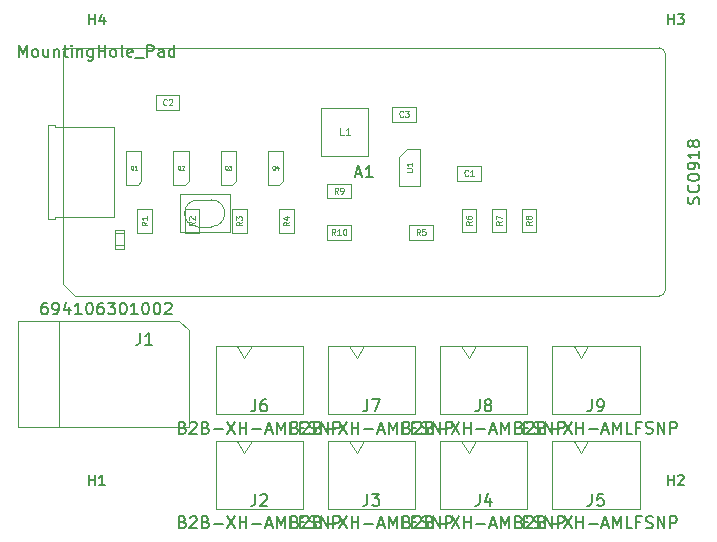
<source format=gbr>
%TF.GenerationSoftware,KiCad,Pcbnew,9.0.2*%
%TF.CreationDate,2025-06-25T21:04:22+02:00*%
%TF.ProjectId,Schrankbeleuchtung,53636872-616e-46b6-9265-6c6575636874,rev?*%
%TF.SameCoordinates,Original*%
%TF.FileFunction,AssemblyDrawing,Top*%
%FSLAX46Y46*%
G04 Gerber Fmt 4.6, Leading zero omitted, Abs format (unit mm)*
G04 Created by KiCad (PCBNEW 9.0.2) date 2025-06-25 21:04:22*
%MOMM*%
%LPD*%
G01*
G04 APERTURE LIST*
%ADD10C,0.080000*%
%ADD11C,0.050000*%
%ADD12C,0.150000*%
%ADD13C,0.130000*%
%ADD14C,0.075000*%
%ADD15C,0.095000*%
%ADD16C,0.100000*%
G04 APERTURE END LIST*
D10*
X68178571Y-66227149D02*
X68011905Y-65989054D01*
X67892857Y-66227149D02*
X67892857Y-65727149D01*
X67892857Y-65727149D02*
X68083333Y-65727149D01*
X68083333Y-65727149D02*
X68130952Y-65750959D01*
X68130952Y-65750959D02*
X68154762Y-65774768D01*
X68154762Y-65774768D02*
X68178571Y-65822387D01*
X68178571Y-65822387D02*
X68178571Y-65893816D01*
X68178571Y-65893816D02*
X68154762Y-65941435D01*
X68154762Y-65941435D02*
X68130952Y-65965244D01*
X68130952Y-65965244D02*
X68083333Y-65989054D01*
X68083333Y-65989054D02*
X67892857Y-65989054D01*
X68654762Y-66227149D02*
X68369048Y-66227149D01*
X68511905Y-66227149D02*
X68511905Y-65727149D01*
X68511905Y-65727149D02*
X68464286Y-65798578D01*
X68464286Y-65798578D02*
X68416667Y-65846197D01*
X68416667Y-65846197D02*
X68369048Y-65870006D01*
X68964285Y-65727149D02*
X69011904Y-65727149D01*
X69011904Y-65727149D02*
X69059523Y-65750959D01*
X69059523Y-65750959D02*
X69083333Y-65774768D01*
X69083333Y-65774768D02*
X69107142Y-65822387D01*
X69107142Y-65822387D02*
X69130952Y-65917625D01*
X69130952Y-65917625D02*
X69130952Y-66036673D01*
X69130952Y-66036673D02*
X69107142Y-66131911D01*
X69107142Y-66131911D02*
X69083333Y-66179530D01*
X69083333Y-66179530D02*
X69059523Y-66203340D01*
X69059523Y-66203340D02*
X69011904Y-66227149D01*
X69011904Y-66227149D02*
X68964285Y-66227149D01*
X68964285Y-66227149D02*
X68916666Y-66203340D01*
X68916666Y-66203340D02*
X68892857Y-66179530D01*
X68892857Y-66179530D02*
X68869047Y-66131911D01*
X68869047Y-66131911D02*
X68845238Y-66036673D01*
X68845238Y-66036673D02*
X68845238Y-65917625D01*
X68845238Y-65917625D02*
X68869047Y-65822387D01*
X68869047Y-65822387D02*
X68892857Y-65774768D01*
X68892857Y-65774768D02*
X68916666Y-65750959D01*
X68916666Y-65750959D02*
X68964285Y-65727149D01*
D11*
X51094523Y-60725914D02*
X51064047Y-60710676D01*
X51064047Y-60710676D02*
X51033571Y-60680200D01*
X51033571Y-60680200D02*
X50987857Y-60634485D01*
X50987857Y-60634485D02*
X50957380Y-60619247D01*
X50957380Y-60619247D02*
X50926904Y-60619247D01*
X50942142Y-60695438D02*
X50911666Y-60680200D01*
X50911666Y-60680200D02*
X50881190Y-60649723D01*
X50881190Y-60649723D02*
X50865952Y-60588771D01*
X50865952Y-60588771D02*
X50865952Y-60482104D01*
X50865952Y-60482104D02*
X50881190Y-60421152D01*
X50881190Y-60421152D02*
X50911666Y-60390676D01*
X50911666Y-60390676D02*
X50942142Y-60375438D01*
X50942142Y-60375438D02*
X51003095Y-60375438D01*
X51003095Y-60375438D02*
X51033571Y-60390676D01*
X51033571Y-60390676D02*
X51064047Y-60421152D01*
X51064047Y-60421152D02*
X51079285Y-60482104D01*
X51079285Y-60482104D02*
X51079285Y-60588771D01*
X51079285Y-60588771D02*
X51064047Y-60649723D01*
X51064047Y-60649723D02*
X51033571Y-60680200D01*
X51033571Y-60680200D02*
X51003095Y-60695438D01*
X51003095Y-60695438D02*
X50942142Y-60695438D01*
X51384047Y-60695438D02*
X51201190Y-60695438D01*
X51292618Y-60695438D02*
X51292618Y-60375438D01*
X51292618Y-60375438D02*
X51262142Y-60421152D01*
X51262142Y-60421152D02*
X51231666Y-60451628D01*
X51231666Y-60451628D02*
X51201190Y-60466866D01*
D12*
X74273809Y-90531009D02*
X74416666Y-90578628D01*
X74416666Y-90578628D02*
X74464285Y-90626247D01*
X74464285Y-90626247D02*
X74511904Y-90721485D01*
X74511904Y-90721485D02*
X74511904Y-90864342D01*
X74511904Y-90864342D02*
X74464285Y-90959580D01*
X74464285Y-90959580D02*
X74416666Y-91007200D01*
X74416666Y-91007200D02*
X74321428Y-91054819D01*
X74321428Y-91054819D02*
X73940476Y-91054819D01*
X73940476Y-91054819D02*
X73940476Y-90054819D01*
X73940476Y-90054819D02*
X74273809Y-90054819D01*
X74273809Y-90054819D02*
X74369047Y-90102438D01*
X74369047Y-90102438D02*
X74416666Y-90150057D01*
X74416666Y-90150057D02*
X74464285Y-90245295D01*
X74464285Y-90245295D02*
X74464285Y-90340533D01*
X74464285Y-90340533D02*
X74416666Y-90435771D01*
X74416666Y-90435771D02*
X74369047Y-90483390D01*
X74369047Y-90483390D02*
X74273809Y-90531009D01*
X74273809Y-90531009D02*
X73940476Y-90531009D01*
X74892857Y-90150057D02*
X74940476Y-90102438D01*
X74940476Y-90102438D02*
X75035714Y-90054819D01*
X75035714Y-90054819D02*
X75273809Y-90054819D01*
X75273809Y-90054819D02*
X75369047Y-90102438D01*
X75369047Y-90102438D02*
X75416666Y-90150057D01*
X75416666Y-90150057D02*
X75464285Y-90245295D01*
X75464285Y-90245295D02*
X75464285Y-90340533D01*
X75464285Y-90340533D02*
X75416666Y-90483390D01*
X75416666Y-90483390D02*
X74845238Y-91054819D01*
X74845238Y-91054819D02*
X75464285Y-91054819D01*
X76226190Y-90531009D02*
X76369047Y-90578628D01*
X76369047Y-90578628D02*
X76416666Y-90626247D01*
X76416666Y-90626247D02*
X76464285Y-90721485D01*
X76464285Y-90721485D02*
X76464285Y-90864342D01*
X76464285Y-90864342D02*
X76416666Y-90959580D01*
X76416666Y-90959580D02*
X76369047Y-91007200D01*
X76369047Y-91007200D02*
X76273809Y-91054819D01*
X76273809Y-91054819D02*
X75892857Y-91054819D01*
X75892857Y-91054819D02*
X75892857Y-90054819D01*
X75892857Y-90054819D02*
X76226190Y-90054819D01*
X76226190Y-90054819D02*
X76321428Y-90102438D01*
X76321428Y-90102438D02*
X76369047Y-90150057D01*
X76369047Y-90150057D02*
X76416666Y-90245295D01*
X76416666Y-90245295D02*
X76416666Y-90340533D01*
X76416666Y-90340533D02*
X76369047Y-90435771D01*
X76369047Y-90435771D02*
X76321428Y-90483390D01*
X76321428Y-90483390D02*
X76226190Y-90531009D01*
X76226190Y-90531009D02*
X75892857Y-90531009D01*
X76892857Y-90673866D02*
X77654762Y-90673866D01*
X78035714Y-90054819D02*
X78702380Y-91054819D01*
X78702380Y-90054819D02*
X78035714Y-91054819D01*
X79083333Y-91054819D02*
X79083333Y-90054819D01*
X79083333Y-90531009D02*
X79654761Y-90531009D01*
X79654761Y-91054819D02*
X79654761Y-90054819D01*
X80130952Y-90673866D02*
X80892857Y-90673866D01*
X81321428Y-90769104D02*
X81797618Y-90769104D01*
X81226190Y-91054819D02*
X81559523Y-90054819D01*
X81559523Y-90054819D02*
X81892856Y-91054819D01*
X82226190Y-91054819D02*
X82226190Y-90054819D01*
X82226190Y-90054819D02*
X82559523Y-90769104D01*
X82559523Y-90769104D02*
X82892856Y-90054819D01*
X82892856Y-90054819D02*
X82892856Y-91054819D01*
X83845237Y-91054819D02*
X83369047Y-91054819D01*
X83369047Y-91054819D02*
X83369047Y-90054819D01*
X84511904Y-90531009D02*
X84178571Y-90531009D01*
X84178571Y-91054819D02*
X84178571Y-90054819D01*
X84178571Y-90054819D02*
X84654761Y-90054819D01*
X84988095Y-91007200D02*
X85130952Y-91054819D01*
X85130952Y-91054819D02*
X85369047Y-91054819D01*
X85369047Y-91054819D02*
X85464285Y-91007200D01*
X85464285Y-91007200D02*
X85511904Y-90959580D01*
X85511904Y-90959580D02*
X85559523Y-90864342D01*
X85559523Y-90864342D02*
X85559523Y-90769104D01*
X85559523Y-90769104D02*
X85511904Y-90673866D01*
X85511904Y-90673866D02*
X85464285Y-90626247D01*
X85464285Y-90626247D02*
X85369047Y-90578628D01*
X85369047Y-90578628D02*
X85178571Y-90531009D01*
X85178571Y-90531009D02*
X85083333Y-90483390D01*
X85083333Y-90483390D02*
X85035714Y-90435771D01*
X85035714Y-90435771D02*
X84988095Y-90340533D01*
X84988095Y-90340533D02*
X84988095Y-90245295D01*
X84988095Y-90245295D02*
X85035714Y-90150057D01*
X85035714Y-90150057D02*
X85083333Y-90102438D01*
X85083333Y-90102438D02*
X85178571Y-90054819D01*
X85178571Y-90054819D02*
X85416666Y-90054819D01*
X85416666Y-90054819D02*
X85559523Y-90102438D01*
X85988095Y-91054819D02*
X85988095Y-90054819D01*
X85988095Y-90054819D02*
X86559523Y-91054819D01*
X86559523Y-91054819D02*
X86559523Y-90054819D01*
X87035714Y-91054819D02*
X87035714Y-90054819D01*
X87035714Y-90054819D02*
X87416666Y-90054819D01*
X87416666Y-90054819D02*
X87511904Y-90102438D01*
X87511904Y-90102438D02*
X87559523Y-90150057D01*
X87559523Y-90150057D02*
X87607142Y-90245295D01*
X87607142Y-90245295D02*
X87607142Y-90388152D01*
X87607142Y-90388152D02*
X87559523Y-90483390D01*
X87559523Y-90483390D02*
X87511904Y-90531009D01*
X87511904Y-90531009D02*
X87416666Y-90578628D01*
X87416666Y-90578628D02*
X87035714Y-90578628D01*
X80416666Y-88154819D02*
X80416666Y-88869104D01*
X80416666Y-88869104D02*
X80369047Y-89011961D01*
X80369047Y-89011961D02*
X80273809Y-89107200D01*
X80273809Y-89107200D02*
X80130952Y-89154819D01*
X80130952Y-89154819D02*
X80035714Y-89154819D01*
X81321428Y-88488152D02*
X81321428Y-89154819D01*
X81083333Y-88107200D02*
X80845238Y-88821485D01*
X80845238Y-88821485D02*
X81464285Y-88821485D01*
X43752380Y-71954819D02*
X43561904Y-71954819D01*
X43561904Y-71954819D02*
X43466666Y-72002438D01*
X43466666Y-72002438D02*
X43419047Y-72050057D01*
X43419047Y-72050057D02*
X43323809Y-72192914D01*
X43323809Y-72192914D02*
X43276190Y-72383390D01*
X43276190Y-72383390D02*
X43276190Y-72764342D01*
X43276190Y-72764342D02*
X43323809Y-72859580D01*
X43323809Y-72859580D02*
X43371428Y-72907200D01*
X43371428Y-72907200D02*
X43466666Y-72954819D01*
X43466666Y-72954819D02*
X43657142Y-72954819D01*
X43657142Y-72954819D02*
X43752380Y-72907200D01*
X43752380Y-72907200D02*
X43799999Y-72859580D01*
X43799999Y-72859580D02*
X43847618Y-72764342D01*
X43847618Y-72764342D02*
X43847618Y-72526247D01*
X43847618Y-72526247D02*
X43799999Y-72431009D01*
X43799999Y-72431009D02*
X43752380Y-72383390D01*
X43752380Y-72383390D02*
X43657142Y-72335771D01*
X43657142Y-72335771D02*
X43466666Y-72335771D01*
X43466666Y-72335771D02*
X43371428Y-72383390D01*
X43371428Y-72383390D02*
X43323809Y-72431009D01*
X43323809Y-72431009D02*
X43276190Y-72526247D01*
X44323809Y-72954819D02*
X44514285Y-72954819D01*
X44514285Y-72954819D02*
X44609523Y-72907200D01*
X44609523Y-72907200D02*
X44657142Y-72859580D01*
X44657142Y-72859580D02*
X44752380Y-72716723D01*
X44752380Y-72716723D02*
X44799999Y-72526247D01*
X44799999Y-72526247D02*
X44799999Y-72145295D01*
X44799999Y-72145295D02*
X44752380Y-72050057D01*
X44752380Y-72050057D02*
X44704761Y-72002438D01*
X44704761Y-72002438D02*
X44609523Y-71954819D01*
X44609523Y-71954819D02*
X44419047Y-71954819D01*
X44419047Y-71954819D02*
X44323809Y-72002438D01*
X44323809Y-72002438D02*
X44276190Y-72050057D01*
X44276190Y-72050057D02*
X44228571Y-72145295D01*
X44228571Y-72145295D02*
X44228571Y-72383390D01*
X44228571Y-72383390D02*
X44276190Y-72478628D01*
X44276190Y-72478628D02*
X44323809Y-72526247D01*
X44323809Y-72526247D02*
X44419047Y-72573866D01*
X44419047Y-72573866D02*
X44609523Y-72573866D01*
X44609523Y-72573866D02*
X44704761Y-72526247D01*
X44704761Y-72526247D02*
X44752380Y-72478628D01*
X44752380Y-72478628D02*
X44799999Y-72383390D01*
X45657142Y-72288152D02*
X45657142Y-72954819D01*
X45419047Y-71907200D02*
X45180952Y-72621485D01*
X45180952Y-72621485D02*
X45799999Y-72621485D01*
X46704761Y-72954819D02*
X46133333Y-72954819D01*
X46419047Y-72954819D02*
X46419047Y-71954819D01*
X46419047Y-71954819D02*
X46323809Y-72097676D01*
X46323809Y-72097676D02*
X46228571Y-72192914D01*
X46228571Y-72192914D02*
X46133333Y-72240533D01*
X47323809Y-71954819D02*
X47419047Y-71954819D01*
X47419047Y-71954819D02*
X47514285Y-72002438D01*
X47514285Y-72002438D02*
X47561904Y-72050057D01*
X47561904Y-72050057D02*
X47609523Y-72145295D01*
X47609523Y-72145295D02*
X47657142Y-72335771D01*
X47657142Y-72335771D02*
X47657142Y-72573866D01*
X47657142Y-72573866D02*
X47609523Y-72764342D01*
X47609523Y-72764342D02*
X47561904Y-72859580D01*
X47561904Y-72859580D02*
X47514285Y-72907200D01*
X47514285Y-72907200D02*
X47419047Y-72954819D01*
X47419047Y-72954819D02*
X47323809Y-72954819D01*
X47323809Y-72954819D02*
X47228571Y-72907200D01*
X47228571Y-72907200D02*
X47180952Y-72859580D01*
X47180952Y-72859580D02*
X47133333Y-72764342D01*
X47133333Y-72764342D02*
X47085714Y-72573866D01*
X47085714Y-72573866D02*
X47085714Y-72335771D01*
X47085714Y-72335771D02*
X47133333Y-72145295D01*
X47133333Y-72145295D02*
X47180952Y-72050057D01*
X47180952Y-72050057D02*
X47228571Y-72002438D01*
X47228571Y-72002438D02*
X47323809Y-71954819D01*
X48514285Y-71954819D02*
X48323809Y-71954819D01*
X48323809Y-71954819D02*
X48228571Y-72002438D01*
X48228571Y-72002438D02*
X48180952Y-72050057D01*
X48180952Y-72050057D02*
X48085714Y-72192914D01*
X48085714Y-72192914D02*
X48038095Y-72383390D01*
X48038095Y-72383390D02*
X48038095Y-72764342D01*
X48038095Y-72764342D02*
X48085714Y-72859580D01*
X48085714Y-72859580D02*
X48133333Y-72907200D01*
X48133333Y-72907200D02*
X48228571Y-72954819D01*
X48228571Y-72954819D02*
X48419047Y-72954819D01*
X48419047Y-72954819D02*
X48514285Y-72907200D01*
X48514285Y-72907200D02*
X48561904Y-72859580D01*
X48561904Y-72859580D02*
X48609523Y-72764342D01*
X48609523Y-72764342D02*
X48609523Y-72526247D01*
X48609523Y-72526247D02*
X48561904Y-72431009D01*
X48561904Y-72431009D02*
X48514285Y-72383390D01*
X48514285Y-72383390D02*
X48419047Y-72335771D01*
X48419047Y-72335771D02*
X48228571Y-72335771D01*
X48228571Y-72335771D02*
X48133333Y-72383390D01*
X48133333Y-72383390D02*
X48085714Y-72431009D01*
X48085714Y-72431009D02*
X48038095Y-72526247D01*
X48942857Y-71954819D02*
X49561904Y-71954819D01*
X49561904Y-71954819D02*
X49228571Y-72335771D01*
X49228571Y-72335771D02*
X49371428Y-72335771D01*
X49371428Y-72335771D02*
X49466666Y-72383390D01*
X49466666Y-72383390D02*
X49514285Y-72431009D01*
X49514285Y-72431009D02*
X49561904Y-72526247D01*
X49561904Y-72526247D02*
X49561904Y-72764342D01*
X49561904Y-72764342D02*
X49514285Y-72859580D01*
X49514285Y-72859580D02*
X49466666Y-72907200D01*
X49466666Y-72907200D02*
X49371428Y-72954819D01*
X49371428Y-72954819D02*
X49085714Y-72954819D01*
X49085714Y-72954819D02*
X48990476Y-72907200D01*
X48990476Y-72907200D02*
X48942857Y-72859580D01*
X50180952Y-71954819D02*
X50276190Y-71954819D01*
X50276190Y-71954819D02*
X50371428Y-72002438D01*
X50371428Y-72002438D02*
X50419047Y-72050057D01*
X50419047Y-72050057D02*
X50466666Y-72145295D01*
X50466666Y-72145295D02*
X50514285Y-72335771D01*
X50514285Y-72335771D02*
X50514285Y-72573866D01*
X50514285Y-72573866D02*
X50466666Y-72764342D01*
X50466666Y-72764342D02*
X50419047Y-72859580D01*
X50419047Y-72859580D02*
X50371428Y-72907200D01*
X50371428Y-72907200D02*
X50276190Y-72954819D01*
X50276190Y-72954819D02*
X50180952Y-72954819D01*
X50180952Y-72954819D02*
X50085714Y-72907200D01*
X50085714Y-72907200D02*
X50038095Y-72859580D01*
X50038095Y-72859580D02*
X49990476Y-72764342D01*
X49990476Y-72764342D02*
X49942857Y-72573866D01*
X49942857Y-72573866D02*
X49942857Y-72335771D01*
X49942857Y-72335771D02*
X49990476Y-72145295D01*
X49990476Y-72145295D02*
X50038095Y-72050057D01*
X50038095Y-72050057D02*
X50085714Y-72002438D01*
X50085714Y-72002438D02*
X50180952Y-71954819D01*
X51466666Y-72954819D02*
X50895238Y-72954819D01*
X51180952Y-72954819D02*
X51180952Y-71954819D01*
X51180952Y-71954819D02*
X51085714Y-72097676D01*
X51085714Y-72097676D02*
X50990476Y-72192914D01*
X50990476Y-72192914D02*
X50895238Y-72240533D01*
X52085714Y-71954819D02*
X52180952Y-71954819D01*
X52180952Y-71954819D02*
X52276190Y-72002438D01*
X52276190Y-72002438D02*
X52323809Y-72050057D01*
X52323809Y-72050057D02*
X52371428Y-72145295D01*
X52371428Y-72145295D02*
X52419047Y-72335771D01*
X52419047Y-72335771D02*
X52419047Y-72573866D01*
X52419047Y-72573866D02*
X52371428Y-72764342D01*
X52371428Y-72764342D02*
X52323809Y-72859580D01*
X52323809Y-72859580D02*
X52276190Y-72907200D01*
X52276190Y-72907200D02*
X52180952Y-72954819D01*
X52180952Y-72954819D02*
X52085714Y-72954819D01*
X52085714Y-72954819D02*
X51990476Y-72907200D01*
X51990476Y-72907200D02*
X51942857Y-72859580D01*
X51942857Y-72859580D02*
X51895238Y-72764342D01*
X51895238Y-72764342D02*
X51847619Y-72573866D01*
X51847619Y-72573866D02*
X51847619Y-72335771D01*
X51847619Y-72335771D02*
X51895238Y-72145295D01*
X51895238Y-72145295D02*
X51942857Y-72050057D01*
X51942857Y-72050057D02*
X51990476Y-72002438D01*
X51990476Y-72002438D02*
X52085714Y-71954819D01*
X53038095Y-71954819D02*
X53133333Y-71954819D01*
X53133333Y-71954819D02*
X53228571Y-72002438D01*
X53228571Y-72002438D02*
X53276190Y-72050057D01*
X53276190Y-72050057D02*
X53323809Y-72145295D01*
X53323809Y-72145295D02*
X53371428Y-72335771D01*
X53371428Y-72335771D02*
X53371428Y-72573866D01*
X53371428Y-72573866D02*
X53323809Y-72764342D01*
X53323809Y-72764342D02*
X53276190Y-72859580D01*
X53276190Y-72859580D02*
X53228571Y-72907200D01*
X53228571Y-72907200D02*
X53133333Y-72954819D01*
X53133333Y-72954819D02*
X53038095Y-72954819D01*
X53038095Y-72954819D02*
X52942857Y-72907200D01*
X52942857Y-72907200D02*
X52895238Y-72859580D01*
X52895238Y-72859580D02*
X52847619Y-72764342D01*
X52847619Y-72764342D02*
X52800000Y-72573866D01*
X52800000Y-72573866D02*
X52800000Y-72335771D01*
X52800000Y-72335771D02*
X52847619Y-72145295D01*
X52847619Y-72145295D02*
X52895238Y-72050057D01*
X52895238Y-72050057D02*
X52942857Y-72002438D01*
X52942857Y-72002438D02*
X53038095Y-71954819D01*
X53752381Y-72050057D02*
X53800000Y-72002438D01*
X53800000Y-72002438D02*
X53895238Y-71954819D01*
X53895238Y-71954819D02*
X54133333Y-71954819D01*
X54133333Y-71954819D02*
X54228571Y-72002438D01*
X54228571Y-72002438D02*
X54276190Y-72050057D01*
X54276190Y-72050057D02*
X54323809Y-72145295D01*
X54323809Y-72145295D02*
X54323809Y-72240533D01*
X54323809Y-72240533D02*
X54276190Y-72383390D01*
X54276190Y-72383390D02*
X53704762Y-72954819D01*
X53704762Y-72954819D02*
X54323809Y-72954819D01*
X51666666Y-74504819D02*
X51666666Y-75219104D01*
X51666666Y-75219104D02*
X51619047Y-75361961D01*
X51619047Y-75361961D02*
X51523809Y-75457200D01*
X51523809Y-75457200D02*
X51380952Y-75504819D01*
X51380952Y-75504819D02*
X51285714Y-75504819D01*
X52666666Y-75504819D02*
X52095238Y-75504819D01*
X52380952Y-75504819D02*
X52380952Y-74504819D01*
X52380952Y-74504819D02*
X52285714Y-74647676D01*
X52285714Y-74647676D02*
X52190476Y-74742914D01*
X52190476Y-74742914D02*
X52095238Y-74790533D01*
D13*
X96329523Y-48400345D02*
X96329523Y-47520345D01*
X96329523Y-47939393D02*
X96832380Y-47939393D01*
X96832380Y-48400345D02*
X96832380Y-47520345D01*
X97167619Y-47520345D02*
X97712381Y-47520345D01*
X97712381Y-47520345D02*
X97419047Y-47855583D01*
X97419047Y-47855583D02*
X97544762Y-47855583D01*
X97544762Y-47855583D02*
X97628571Y-47897488D01*
X97628571Y-47897488D02*
X97670476Y-47939393D01*
X97670476Y-47939393D02*
X97712381Y-48023202D01*
X97712381Y-48023202D02*
X97712381Y-48232726D01*
X97712381Y-48232726D02*
X97670476Y-48316536D01*
X97670476Y-48316536D02*
X97628571Y-48358441D01*
X97628571Y-48358441D02*
X97544762Y-48400345D01*
X97544762Y-48400345D02*
X97293333Y-48400345D01*
X97293333Y-48400345D02*
X97209524Y-48358441D01*
X97209524Y-48358441D02*
X97167619Y-48316536D01*
X47329523Y-87400345D02*
X47329523Y-86520345D01*
X47329523Y-86939393D02*
X47832380Y-86939393D01*
X47832380Y-87400345D02*
X47832380Y-86520345D01*
X48712381Y-87400345D02*
X48209524Y-87400345D01*
X48460952Y-87400345D02*
X48460952Y-86520345D01*
X48460952Y-86520345D02*
X48377143Y-86646060D01*
X48377143Y-86646060D02*
X48293333Y-86729869D01*
X48293333Y-86729869D02*
X48209524Y-86771774D01*
D10*
X52289649Y-65133333D02*
X52051554Y-65299999D01*
X52289649Y-65419047D02*
X51789649Y-65419047D01*
X51789649Y-65419047D02*
X51789649Y-65228571D01*
X51789649Y-65228571D02*
X51813459Y-65180952D01*
X51813459Y-65180952D02*
X51837268Y-65157142D01*
X51837268Y-65157142D02*
X51884887Y-65133333D01*
X51884887Y-65133333D02*
X51956316Y-65133333D01*
X51956316Y-65133333D02*
X52003935Y-65157142D01*
X52003935Y-65157142D02*
X52027744Y-65180952D01*
X52027744Y-65180952D02*
X52051554Y-65228571D01*
X52051554Y-65228571D02*
X52051554Y-65419047D01*
X52289649Y-64657142D02*
X52289649Y-64942856D01*
X52289649Y-64799999D02*
X51789649Y-64799999D01*
X51789649Y-64799999D02*
X51861078Y-64847618D01*
X51861078Y-64847618D02*
X51908697Y-64895237D01*
X51908697Y-64895237D02*
X51932506Y-64942856D01*
D12*
X83773809Y-82531009D02*
X83916666Y-82578628D01*
X83916666Y-82578628D02*
X83964285Y-82626247D01*
X83964285Y-82626247D02*
X84011904Y-82721485D01*
X84011904Y-82721485D02*
X84011904Y-82864342D01*
X84011904Y-82864342D02*
X83964285Y-82959580D01*
X83964285Y-82959580D02*
X83916666Y-83007200D01*
X83916666Y-83007200D02*
X83821428Y-83054819D01*
X83821428Y-83054819D02*
X83440476Y-83054819D01*
X83440476Y-83054819D02*
X83440476Y-82054819D01*
X83440476Y-82054819D02*
X83773809Y-82054819D01*
X83773809Y-82054819D02*
X83869047Y-82102438D01*
X83869047Y-82102438D02*
X83916666Y-82150057D01*
X83916666Y-82150057D02*
X83964285Y-82245295D01*
X83964285Y-82245295D02*
X83964285Y-82340533D01*
X83964285Y-82340533D02*
X83916666Y-82435771D01*
X83916666Y-82435771D02*
X83869047Y-82483390D01*
X83869047Y-82483390D02*
X83773809Y-82531009D01*
X83773809Y-82531009D02*
X83440476Y-82531009D01*
X84392857Y-82150057D02*
X84440476Y-82102438D01*
X84440476Y-82102438D02*
X84535714Y-82054819D01*
X84535714Y-82054819D02*
X84773809Y-82054819D01*
X84773809Y-82054819D02*
X84869047Y-82102438D01*
X84869047Y-82102438D02*
X84916666Y-82150057D01*
X84916666Y-82150057D02*
X84964285Y-82245295D01*
X84964285Y-82245295D02*
X84964285Y-82340533D01*
X84964285Y-82340533D02*
X84916666Y-82483390D01*
X84916666Y-82483390D02*
X84345238Y-83054819D01*
X84345238Y-83054819D02*
X84964285Y-83054819D01*
X85726190Y-82531009D02*
X85869047Y-82578628D01*
X85869047Y-82578628D02*
X85916666Y-82626247D01*
X85916666Y-82626247D02*
X85964285Y-82721485D01*
X85964285Y-82721485D02*
X85964285Y-82864342D01*
X85964285Y-82864342D02*
X85916666Y-82959580D01*
X85916666Y-82959580D02*
X85869047Y-83007200D01*
X85869047Y-83007200D02*
X85773809Y-83054819D01*
X85773809Y-83054819D02*
X85392857Y-83054819D01*
X85392857Y-83054819D02*
X85392857Y-82054819D01*
X85392857Y-82054819D02*
X85726190Y-82054819D01*
X85726190Y-82054819D02*
X85821428Y-82102438D01*
X85821428Y-82102438D02*
X85869047Y-82150057D01*
X85869047Y-82150057D02*
X85916666Y-82245295D01*
X85916666Y-82245295D02*
X85916666Y-82340533D01*
X85916666Y-82340533D02*
X85869047Y-82435771D01*
X85869047Y-82435771D02*
X85821428Y-82483390D01*
X85821428Y-82483390D02*
X85726190Y-82531009D01*
X85726190Y-82531009D02*
X85392857Y-82531009D01*
X86392857Y-82673866D02*
X87154762Y-82673866D01*
X87535714Y-82054819D02*
X88202380Y-83054819D01*
X88202380Y-82054819D02*
X87535714Y-83054819D01*
X88583333Y-83054819D02*
X88583333Y-82054819D01*
X88583333Y-82531009D02*
X89154761Y-82531009D01*
X89154761Y-83054819D02*
X89154761Y-82054819D01*
X89630952Y-82673866D02*
X90392857Y-82673866D01*
X90821428Y-82769104D02*
X91297618Y-82769104D01*
X90726190Y-83054819D02*
X91059523Y-82054819D01*
X91059523Y-82054819D02*
X91392856Y-83054819D01*
X91726190Y-83054819D02*
X91726190Y-82054819D01*
X91726190Y-82054819D02*
X92059523Y-82769104D01*
X92059523Y-82769104D02*
X92392856Y-82054819D01*
X92392856Y-82054819D02*
X92392856Y-83054819D01*
X93345237Y-83054819D02*
X92869047Y-83054819D01*
X92869047Y-83054819D02*
X92869047Y-82054819D01*
X94011904Y-82531009D02*
X93678571Y-82531009D01*
X93678571Y-83054819D02*
X93678571Y-82054819D01*
X93678571Y-82054819D02*
X94154761Y-82054819D01*
X94488095Y-83007200D02*
X94630952Y-83054819D01*
X94630952Y-83054819D02*
X94869047Y-83054819D01*
X94869047Y-83054819D02*
X94964285Y-83007200D01*
X94964285Y-83007200D02*
X95011904Y-82959580D01*
X95011904Y-82959580D02*
X95059523Y-82864342D01*
X95059523Y-82864342D02*
X95059523Y-82769104D01*
X95059523Y-82769104D02*
X95011904Y-82673866D01*
X95011904Y-82673866D02*
X94964285Y-82626247D01*
X94964285Y-82626247D02*
X94869047Y-82578628D01*
X94869047Y-82578628D02*
X94678571Y-82531009D01*
X94678571Y-82531009D02*
X94583333Y-82483390D01*
X94583333Y-82483390D02*
X94535714Y-82435771D01*
X94535714Y-82435771D02*
X94488095Y-82340533D01*
X94488095Y-82340533D02*
X94488095Y-82245295D01*
X94488095Y-82245295D02*
X94535714Y-82150057D01*
X94535714Y-82150057D02*
X94583333Y-82102438D01*
X94583333Y-82102438D02*
X94678571Y-82054819D01*
X94678571Y-82054819D02*
X94916666Y-82054819D01*
X94916666Y-82054819D02*
X95059523Y-82102438D01*
X95488095Y-83054819D02*
X95488095Y-82054819D01*
X95488095Y-82054819D02*
X96059523Y-83054819D01*
X96059523Y-83054819D02*
X96059523Y-82054819D01*
X96535714Y-83054819D02*
X96535714Y-82054819D01*
X96535714Y-82054819D02*
X96916666Y-82054819D01*
X96916666Y-82054819D02*
X97011904Y-82102438D01*
X97011904Y-82102438D02*
X97059523Y-82150057D01*
X97059523Y-82150057D02*
X97107142Y-82245295D01*
X97107142Y-82245295D02*
X97107142Y-82388152D01*
X97107142Y-82388152D02*
X97059523Y-82483390D01*
X97059523Y-82483390D02*
X97011904Y-82531009D01*
X97011904Y-82531009D02*
X96916666Y-82578628D01*
X96916666Y-82578628D02*
X96535714Y-82578628D01*
X89916666Y-80154819D02*
X89916666Y-80869104D01*
X89916666Y-80869104D02*
X89869047Y-81011961D01*
X89869047Y-81011961D02*
X89773809Y-81107200D01*
X89773809Y-81107200D02*
X89630952Y-81154819D01*
X89630952Y-81154819D02*
X89535714Y-81154819D01*
X90440476Y-81154819D02*
X90630952Y-81154819D01*
X90630952Y-81154819D02*
X90726190Y-81107200D01*
X90726190Y-81107200D02*
X90773809Y-81059580D01*
X90773809Y-81059580D02*
X90869047Y-80916723D01*
X90869047Y-80916723D02*
X90916666Y-80726247D01*
X90916666Y-80726247D02*
X90916666Y-80345295D01*
X90916666Y-80345295D02*
X90869047Y-80250057D01*
X90869047Y-80250057D02*
X90821428Y-80202438D01*
X90821428Y-80202438D02*
X90726190Y-80154819D01*
X90726190Y-80154819D02*
X90535714Y-80154819D01*
X90535714Y-80154819D02*
X90440476Y-80202438D01*
X90440476Y-80202438D02*
X90392857Y-80250057D01*
X90392857Y-80250057D02*
X90345238Y-80345295D01*
X90345238Y-80345295D02*
X90345238Y-80583390D01*
X90345238Y-80583390D02*
X90392857Y-80678628D01*
X90392857Y-80678628D02*
X90440476Y-80726247D01*
X90440476Y-80726247D02*
X90535714Y-80773866D01*
X90535714Y-80773866D02*
X90726190Y-80773866D01*
X90726190Y-80773866D02*
X90821428Y-80726247D01*
X90821428Y-80726247D02*
X90869047Y-80678628D01*
X90869047Y-80678628D02*
X90916666Y-80583390D01*
X55273809Y-82531009D02*
X55416666Y-82578628D01*
X55416666Y-82578628D02*
X55464285Y-82626247D01*
X55464285Y-82626247D02*
X55511904Y-82721485D01*
X55511904Y-82721485D02*
X55511904Y-82864342D01*
X55511904Y-82864342D02*
X55464285Y-82959580D01*
X55464285Y-82959580D02*
X55416666Y-83007200D01*
X55416666Y-83007200D02*
X55321428Y-83054819D01*
X55321428Y-83054819D02*
X54940476Y-83054819D01*
X54940476Y-83054819D02*
X54940476Y-82054819D01*
X54940476Y-82054819D02*
X55273809Y-82054819D01*
X55273809Y-82054819D02*
X55369047Y-82102438D01*
X55369047Y-82102438D02*
X55416666Y-82150057D01*
X55416666Y-82150057D02*
X55464285Y-82245295D01*
X55464285Y-82245295D02*
X55464285Y-82340533D01*
X55464285Y-82340533D02*
X55416666Y-82435771D01*
X55416666Y-82435771D02*
X55369047Y-82483390D01*
X55369047Y-82483390D02*
X55273809Y-82531009D01*
X55273809Y-82531009D02*
X54940476Y-82531009D01*
X55892857Y-82150057D02*
X55940476Y-82102438D01*
X55940476Y-82102438D02*
X56035714Y-82054819D01*
X56035714Y-82054819D02*
X56273809Y-82054819D01*
X56273809Y-82054819D02*
X56369047Y-82102438D01*
X56369047Y-82102438D02*
X56416666Y-82150057D01*
X56416666Y-82150057D02*
X56464285Y-82245295D01*
X56464285Y-82245295D02*
X56464285Y-82340533D01*
X56464285Y-82340533D02*
X56416666Y-82483390D01*
X56416666Y-82483390D02*
X55845238Y-83054819D01*
X55845238Y-83054819D02*
X56464285Y-83054819D01*
X57226190Y-82531009D02*
X57369047Y-82578628D01*
X57369047Y-82578628D02*
X57416666Y-82626247D01*
X57416666Y-82626247D02*
X57464285Y-82721485D01*
X57464285Y-82721485D02*
X57464285Y-82864342D01*
X57464285Y-82864342D02*
X57416666Y-82959580D01*
X57416666Y-82959580D02*
X57369047Y-83007200D01*
X57369047Y-83007200D02*
X57273809Y-83054819D01*
X57273809Y-83054819D02*
X56892857Y-83054819D01*
X56892857Y-83054819D02*
X56892857Y-82054819D01*
X56892857Y-82054819D02*
X57226190Y-82054819D01*
X57226190Y-82054819D02*
X57321428Y-82102438D01*
X57321428Y-82102438D02*
X57369047Y-82150057D01*
X57369047Y-82150057D02*
X57416666Y-82245295D01*
X57416666Y-82245295D02*
X57416666Y-82340533D01*
X57416666Y-82340533D02*
X57369047Y-82435771D01*
X57369047Y-82435771D02*
X57321428Y-82483390D01*
X57321428Y-82483390D02*
X57226190Y-82531009D01*
X57226190Y-82531009D02*
X56892857Y-82531009D01*
X57892857Y-82673866D02*
X58654762Y-82673866D01*
X59035714Y-82054819D02*
X59702380Y-83054819D01*
X59702380Y-82054819D02*
X59035714Y-83054819D01*
X60083333Y-83054819D02*
X60083333Y-82054819D01*
X60083333Y-82531009D02*
X60654761Y-82531009D01*
X60654761Y-83054819D02*
X60654761Y-82054819D01*
X61130952Y-82673866D02*
X61892857Y-82673866D01*
X62321428Y-82769104D02*
X62797618Y-82769104D01*
X62226190Y-83054819D02*
X62559523Y-82054819D01*
X62559523Y-82054819D02*
X62892856Y-83054819D01*
X63226190Y-83054819D02*
X63226190Y-82054819D01*
X63226190Y-82054819D02*
X63559523Y-82769104D01*
X63559523Y-82769104D02*
X63892856Y-82054819D01*
X63892856Y-82054819D02*
X63892856Y-83054819D01*
X64845237Y-83054819D02*
X64369047Y-83054819D01*
X64369047Y-83054819D02*
X64369047Y-82054819D01*
X65511904Y-82531009D02*
X65178571Y-82531009D01*
X65178571Y-83054819D02*
X65178571Y-82054819D01*
X65178571Y-82054819D02*
X65654761Y-82054819D01*
X65988095Y-83007200D02*
X66130952Y-83054819D01*
X66130952Y-83054819D02*
X66369047Y-83054819D01*
X66369047Y-83054819D02*
X66464285Y-83007200D01*
X66464285Y-83007200D02*
X66511904Y-82959580D01*
X66511904Y-82959580D02*
X66559523Y-82864342D01*
X66559523Y-82864342D02*
X66559523Y-82769104D01*
X66559523Y-82769104D02*
X66511904Y-82673866D01*
X66511904Y-82673866D02*
X66464285Y-82626247D01*
X66464285Y-82626247D02*
X66369047Y-82578628D01*
X66369047Y-82578628D02*
X66178571Y-82531009D01*
X66178571Y-82531009D02*
X66083333Y-82483390D01*
X66083333Y-82483390D02*
X66035714Y-82435771D01*
X66035714Y-82435771D02*
X65988095Y-82340533D01*
X65988095Y-82340533D02*
X65988095Y-82245295D01*
X65988095Y-82245295D02*
X66035714Y-82150057D01*
X66035714Y-82150057D02*
X66083333Y-82102438D01*
X66083333Y-82102438D02*
X66178571Y-82054819D01*
X66178571Y-82054819D02*
X66416666Y-82054819D01*
X66416666Y-82054819D02*
X66559523Y-82102438D01*
X66988095Y-83054819D02*
X66988095Y-82054819D01*
X66988095Y-82054819D02*
X67559523Y-83054819D01*
X67559523Y-83054819D02*
X67559523Y-82054819D01*
X68035714Y-83054819D02*
X68035714Y-82054819D01*
X68035714Y-82054819D02*
X68416666Y-82054819D01*
X68416666Y-82054819D02*
X68511904Y-82102438D01*
X68511904Y-82102438D02*
X68559523Y-82150057D01*
X68559523Y-82150057D02*
X68607142Y-82245295D01*
X68607142Y-82245295D02*
X68607142Y-82388152D01*
X68607142Y-82388152D02*
X68559523Y-82483390D01*
X68559523Y-82483390D02*
X68511904Y-82531009D01*
X68511904Y-82531009D02*
X68416666Y-82578628D01*
X68416666Y-82578628D02*
X68035714Y-82578628D01*
X61416666Y-80154819D02*
X61416666Y-80869104D01*
X61416666Y-80869104D02*
X61369047Y-81011961D01*
X61369047Y-81011961D02*
X61273809Y-81107200D01*
X61273809Y-81107200D02*
X61130952Y-81154819D01*
X61130952Y-81154819D02*
X61035714Y-81154819D01*
X62321428Y-80154819D02*
X62130952Y-80154819D01*
X62130952Y-80154819D02*
X62035714Y-80202438D01*
X62035714Y-80202438D02*
X61988095Y-80250057D01*
X61988095Y-80250057D02*
X61892857Y-80392914D01*
X61892857Y-80392914D02*
X61845238Y-80583390D01*
X61845238Y-80583390D02*
X61845238Y-80964342D01*
X61845238Y-80964342D02*
X61892857Y-81059580D01*
X61892857Y-81059580D02*
X61940476Y-81107200D01*
X61940476Y-81107200D02*
X62035714Y-81154819D01*
X62035714Y-81154819D02*
X62226190Y-81154819D01*
X62226190Y-81154819D02*
X62321428Y-81107200D01*
X62321428Y-81107200D02*
X62369047Y-81059580D01*
X62369047Y-81059580D02*
X62416666Y-80964342D01*
X62416666Y-80964342D02*
X62416666Y-80726247D01*
X62416666Y-80726247D02*
X62369047Y-80631009D01*
X62369047Y-80631009D02*
X62321428Y-80583390D01*
X62321428Y-80583390D02*
X62226190Y-80535771D01*
X62226190Y-80535771D02*
X62035714Y-80535771D01*
X62035714Y-80535771D02*
X61940476Y-80583390D01*
X61940476Y-80583390D02*
X61892857Y-80631009D01*
X61892857Y-80631009D02*
X61845238Y-80726247D01*
D11*
X59094523Y-60725914D02*
X59064047Y-60710676D01*
X59064047Y-60710676D02*
X59033571Y-60680200D01*
X59033571Y-60680200D02*
X58987857Y-60634485D01*
X58987857Y-60634485D02*
X58957380Y-60619247D01*
X58957380Y-60619247D02*
X58926904Y-60619247D01*
X58942142Y-60695438D02*
X58911666Y-60680200D01*
X58911666Y-60680200D02*
X58881190Y-60649723D01*
X58881190Y-60649723D02*
X58865952Y-60588771D01*
X58865952Y-60588771D02*
X58865952Y-60482104D01*
X58865952Y-60482104D02*
X58881190Y-60421152D01*
X58881190Y-60421152D02*
X58911666Y-60390676D01*
X58911666Y-60390676D02*
X58942142Y-60375438D01*
X58942142Y-60375438D02*
X59003095Y-60375438D01*
X59003095Y-60375438D02*
X59033571Y-60390676D01*
X59033571Y-60390676D02*
X59064047Y-60421152D01*
X59064047Y-60421152D02*
X59079285Y-60482104D01*
X59079285Y-60482104D02*
X59079285Y-60588771D01*
X59079285Y-60588771D02*
X59064047Y-60649723D01*
X59064047Y-60649723D02*
X59033571Y-60680200D01*
X59033571Y-60680200D02*
X59003095Y-60695438D01*
X59003095Y-60695438D02*
X58942142Y-60695438D01*
X59185952Y-60375438D02*
X59384047Y-60375438D01*
X59384047Y-60375438D02*
X59277380Y-60497342D01*
X59277380Y-60497342D02*
X59323095Y-60497342D01*
X59323095Y-60497342D02*
X59353571Y-60512580D01*
X59353571Y-60512580D02*
X59368809Y-60527819D01*
X59368809Y-60527819D02*
X59384047Y-60558295D01*
X59384047Y-60558295D02*
X59384047Y-60634485D01*
X59384047Y-60634485D02*
X59368809Y-60664961D01*
X59368809Y-60664961D02*
X59353571Y-60680200D01*
X59353571Y-60680200D02*
X59323095Y-60695438D01*
X59323095Y-60695438D02*
X59231666Y-60695438D01*
X59231666Y-60695438D02*
X59201190Y-60680200D01*
X59201190Y-60680200D02*
X59185952Y-60664961D01*
X55094523Y-60725914D02*
X55064047Y-60710676D01*
X55064047Y-60710676D02*
X55033571Y-60680200D01*
X55033571Y-60680200D02*
X54987857Y-60634485D01*
X54987857Y-60634485D02*
X54957380Y-60619247D01*
X54957380Y-60619247D02*
X54926904Y-60619247D01*
X54942142Y-60695438D02*
X54911666Y-60680200D01*
X54911666Y-60680200D02*
X54881190Y-60649723D01*
X54881190Y-60649723D02*
X54865952Y-60588771D01*
X54865952Y-60588771D02*
X54865952Y-60482104D01*
X54865952Y-60482104D02*
X54881190Y-60421152D01*
X54881190Y-60421152D02*
X54911666Y-60390676D01*
X54911666Y-60390676D02*
X54942142Y-60375438D01*
X54942142Y-60375438D02*
X55003095Y-60375438D01*
X55003095Y-60375438D02*
X55033571Y-60390676D01*
X55033571Y-60390676D02*
X55064047Y-60421152D01*
X55064047Y-60421152D02*
X55079285Y-60482104D01*
X55079285Y-60482104D02*
X55079285Y-60588771D01*
X55079285Y-60588771D02*
X55064047Y-60649723D01*
X55064047Y-60649723D02*
X55033571Y-60680200D01*
X55033571Y-60680200D02*
X55003095Y-60695438D01*
X55003095Y-60695438D02*
X54942142Y-60695438D01*
X55201190Y-60405914D02*
X55216428Y-60390676D01*
X55216428Y-60390676D02*
X55246904Y-60375438D01*
X55246904Y-60375438D02*
X55323095Y-60375438D01*
X55323095Y-60375438D02*
X55353571Y-60390676D01*
X55353571Y-60390676D02*
X55368809Y-60405914D01*
X55368809Y-60405914D02*
X55384047Y-60436390D01*
X55384047Y-60436390D02*
X55384047Y-60466866D01*
X55384047Y-60466866D02*
X55368809Y-60512580D01*
X55368809Y-60512580D02*
X55185952Y-60695438D01*
X55185952Y-60695438D02*
X55384047Y-60695438D01*
D10*
X73916666Y-56179530D02*
X73892857Y-56203340D01*
X73892857Y-56203340D02*
X73821428Y-56227149D01*
X73821428Y-56227149D02*
X73773809Y-56227149D01*
X73773809Y-56227149D02*
X73702381Y-56203340D01*
X73702381Y-56203340D02*
X73654762Y-56155720D01*
X73654762Y-56155720D02*
X73630952Y-56108101D01*
X73630952Y-56108101D02*
X73607143Y-56012863D01*
X73607143Y-56012863D02*
X73607143Y-55941435D01*
X73607143Y-55941435D02*
X73630952Y-55846197D01*
X73630952Y-55846197D02*
X73654762Y-55798578D01*
X73654762Y-55798578D02*
X73702381Y-55750959D01*
X73702381Y-55750959D02*
X73773809Y-55727149D01*
X73773809Y-55727149D02*
X73821428Y-55727149D01*
X73821428Y-55727149D02*
X73892857Y-55750959D01*
X73892857Y-55750959D02*
X73916666Y-55774768D01*
X74083333Y-55727149D02*
X74392857Y-55727149D01*
X74392857Y-55727149D02*
X74226190Y-55917625D01*
X74226190Y-55917625D02*
X74297619Y-55917625D01*
X74297619Y-55917625D02*
X74345238Y-55941435D01*
X74345238Y-55941435D02*
X74369047Y-55965244D01*
X74369047Y-55965244D02*
X74392857Y-56012863D01*
X74392857Y-56012863D02*
X74392857Y-56131911D01*
X74392857Y-56131911D02*
X74369047Y-56179530D01*
X74369047Y-56179530D02*
X74345238Y-56203340D01*
X74345238Y-56203340D02*
X74297619Y-56227149D01*
X74297619Y-56227149D02*
X74154762Y-56227149D01*
X74154762Y-56227149D02*
X74107143Y-56203340D01*
X74107143Y-56203340D02*
X74083333Y-56179530D01*
D12*
X41428571Y-51154819D02*
X41428571Y-50154819D01*
X41428571Y-50154819D02*
X41761904Y-50869104D01*
X41761904Y-50869104D02*
X42095237Y-50154819D01*
X42095237Y-50154819D02*
X42095237Y-51154819D01*
X42714285Y-51154819D02*
X42619047Y-51107200D01*
X42619047Y-51107200D02*
X42571428Y-51059580D01*
X42571428Y-51059580D02*
X42523809Y-50964342D01*
X42523809Y-50964342D02*
X42523809Y-50678628D01*
X42523809Y-50678628D02*
X42571428Y-50583390D01*
X42571428Y-50583390D02*
X42619047Y-50535771D01*
X42619047Y-50535771D02*
X42714285Y-50488152D01*
X42714285Y-50488152D02*
X42857142Y-50488152D01*
X42857142Y-50488152D02*
X42952380Y-50535771D01*
X42952380Y-50535771D02*
X42999999Y-50583390D01*
X42999999Y-50583390D02*
X43047618Y-50678628D01*
X43047618Y-50678628D02*
X43047618Y-50964342D01*
X43047618Y-50964342D02*
X42999999Y-51059580D01*
X42999999Y-51059580D02*
X42952380Y-51107200D01*
X42952380Y-51107200D02*
X42857142Y-51154819D01*
X42857142Y-51154819D02*
X42714285Y-51154819D01*
X43904761Y-50488152D02*
X43904761Y-51154819D01*
X43476190Y-50488152D02*
X43476190Y-51011961D01*
X43476190Y-51011961D02*
X43523809Y-51107200D01*
X43523809Y-51107200D02*
X43619047Y-51154819D01*
X43619047Y-51154819D02*
X43761904Y-51154819D01*
X43761904Y-51154819D02*
X43857142Y-51107200D01*
X43857142Y-51107200D02*
X43904761Y-51059580D01*
X44380952Y-50488152D02*
X44380952Y-51154819D01*
X44380952Y-50583390D02*
X44428571Y-50535771D01*
X44428571Y-50535771D02*
X44523809Y-50488152D01*
X44523809Y-50488152D02*
X44666666Y-50488152D01*
X44666666Y-50488152D02*
X44761904Y-50535771D01*
X44761904Y-50535771D02*
X44809523Y-50631009D01*
X44809523Y-50631009D02*
X44809523Y-51154819D01*
X45142857Y-50488152D02*
X45523809Y-50488152D01*
X45285714Y-50154819D02*
X45285714Y-51011961D01*
X45285714Y-51011961D02*
X45333333Y-51107200D01*
X45333333Y-51107200D02*
X45428571Y-51154819D01*
X45428571Y-51154819D02*
X45523809Y-51154819D01*
X45857143Y-51154819D02*
X45857143Y-50488152D01*
X45857143Y-50154819D02*
X45809524Y-50202438D01*
X45809524Y-50202438D02*
X45857143Y-50250057D01*
X45857143Y-50250057D02*
X45904762Y-50202438D01*
X45904762Y-50202438D02*
X45857143Y-50154819D01*
X45857143Y-50154819D02*
X45857143Y-50250057D01*
X46333333Y-50488152D02*
X46333333Y-51154819D01*
X46333333Y-50583390D02*
X46380952Y-50535771D01*
X46380952Y-50535771D02*
X46476190Y-50488152D01*
X46476190Y-50488152D02*
X46619047Y-50488152D01*
X46619047Y-50488152D02*
X46714285Y-50535771D01*
X46714285Y-50535771D02*
X46761904Y-50631009D01*
X46761904Y-50631009D02*
X46761904Y-51154819D01*
X47666666Y-50488152D02*
X47666666Y-51297676D01*
X47666666Y-51297676D02*
X47619047Y-51392914D01*
X47619047Y-51392914D02*
X47571428Y-51440533D01*
X47571428Y-51440533D02*
X47476190Y-51488152D01*
X47476190Y-51488152D02*
X47333333Y-51488152D01*
X47333333Y-51488152D02*
X47238095Y-51440533D01*
X47666666Y-51107200D02*
X47571428Y-51154819D01*
X47571428Y-51154819D02*
X47380952Y-51154819D01*
X47380952Y-51154819D02*
X47285714Y-51107200D01*
X47285714Y-51107200D02*
X47238095Y-51059580D01*
X47238095Y-51059580D02*
X47190476Y-50964342D01*
X47190476Y-50964342D02*
X47190476Y-50678628D01*
X47190476Y-50678628D02*
X47238095Y-50583390D01*
X47238095Y-50583390D02*
X47285714Y-50535771D01*
X47285714Y-50535771D02*
X47380952Y-50488152D01*
X47380952Y-50488152D02*
X47571428Y-50488152D01*
X47571428Y-50488152D02*
X47666666Y-50535771D01*
X48142857Y-51154819D02*
X48142857Y-50154819D01*
X48142857Y-50631009D02*
X48714285Y-50631009D01*
X48714285Y-51154819D02*
X48714285Y-50154819D01*
X49333333Y-51154819D02*
X49238095Y-51107200D01*
X49238095Y-51107200D02*
X49190476Y-51059580D01*
X49190476Y-51059580D02*
X49142857Y-50964342D01*
X49142857Y-50964342D02*
X49142857Y-50678628D01*
X49142857Y-50678628D02*
X49190476Y-50583390D01*
X49190476Y-50583390D02*
X49238095Y-50535771D01*
X49238095Y-50535771D02*
X49333333Y-50488152D01*
X49333333Y-50488152D02*
X49476190Y-50488152D01*
X49476190Y-50488152D02*
X49571428Y-50535771D01*
X49571428Y-50535771D02*
X49619047Y-50583390D01*
X49619047Y-50583390D02*
X49666666Y-50678628D01*
X49666666Y-50678628D02*
X49666666Y-50964342D01*
X49666666Y-50964342D02*
X49619047Y-51059580D01*
X49619047Y-51059580D02*
X49571428Y-51107200D01*
X49571428Y-51107200D02*
X49476190Y-51154819D01*
X49476190Y-51154819D02*
X49333333Y-51154819D01*
X50238095Y-51154819D02*
X50142857Y-51107200D01*
X50142857Y-51107200D02*
X50095238Y-51011961D01*
X50095238Y-51011961D02*
X50095238Y-50154819D01*
X51000000Y-51107200D02*
X50904762Y-51154819D01*
X50904762Y-51154819D02*
X50714286Y-51154819D01*
X50714286Y-51154819D02*
X50619048Y-51107200D01*
X50619048Y-51107200D02*
X50571429Y-51011961D01*
X50571429Y-51011961D02*
X50571429Y-50631009D01*
X50571429Y-50631009D02*
X50619048Y-50535771D01*
X50619048Y-50535771D02*
X50714286Y-50488152D01*
X50714286Y-50488152D02*
X50904762Y-50488152D01*
X50904762Y-50488152D02*
X51000000Y-50535771D01*
X51000000Y-50535771D02*
X51047619Y-50631009D01*
X51047619Y-50631009D02*
X51047619Y-50726247D01*
X51047619Y-50726247D02*
X50571429Y-50821485D01*
X51238096Y-51250057D02*
X52000000Y-51250057D01*
X52238096Y-51154819D02*
X52238096Y-50154819D01*
X52238096Y-50154819D02*
X52619048Y-50154819D01*
X52619048Y-50154819D02*
X52714286Y-50202438D01*
X52714286Y-50202438D02*
X52761905Y-50250057D01*
X52761905Y-50250057D02*
X52809524Y-50345295D01*
X52809524Y-50345295D02*
X52809524Y-50488152D01*
X52809524Y-50488152D02*
X52761905Y-50583390D01*
X52761905Y-50583390D02*
X52714286Y-50631009D01*
X52714286Y-50631009D02*
X52619048Y-50678628D01*
X52619048Y-50678628D02*
X52238096Y-50678628D01*
X53666667Y-51154819D02*
X53666667Y-50631009D01*
X53666667Y-50631009D02*
X53619048Y-50535771D01*
X53619048Y-50535771D02*
X53523810Y-50488152D01*
X53523810Y-50488152D02*
X53333334Y-50488152D01*
X53333334Y-50488152D02*
X53238096Y-50535771D01*
X53666667Y-51107200D02*
X53571429Y-51154819D01*
X53571429Y-51154819D02*
X53333334Y-51154819D01*
X53333334Y-51154819D02*
X53238096Y-51107200D01*
X53238096Y-51107200D02*
X53190477Y-51011961D01*
X53190477Y-51011961D02*
X53190477Y-50916723D01*
X53190477Y-50916723D02*
X53238096Y-50821485D01*
X53238096Y-50821485D02*
X53333334Y-50773866D01*
X53333334Y-50773866D02*
X53571429Y-50773866D01*
X53571429Y-50773866D02*
X53666667Y-50726247D01*
X54571429Y-51154819D02*
X54571429Y-50154819D01*
X54571429Y-51107200D02*
X54476191Y-51154819D01*
X54476191Y-51154819D02*
X54285715Y-51154819D01*
X54285715Y-51154819D02*
X54190477Y-51107200D01*
X54190477Y-51107200D02*
X54142858Y-51059580D01*
X54142858Y-51059580D02*
X54095239Y-50964342D01*
X54095239Y-50964342D02*
X54095239Y-50678628D01*
X54095239Y-50678628D02*
X54142858Y-50583390D01*
X54142858Y-50583390D02*
X54190477Y-50535771D01*
X54190477Y-50535771D02*
X54285715Y-50488152D01*
X54285715Y-50488152D02*
X54476191Y-50488152D01*
X54476191Y-50488152D02*
X54571429Y-50535771D01*
D13*
X47329523Y-48400345D02*
X47329523Y-47520345D01*
X47329523Y-47939393D02*
X47832380Y-47939393D01*
X47832380Y-48400345D02*
X47832380Y-47520345D01*
X48628571Y-47813679D02*
X48628571Y-48400345D01*
X48419047Y-47478441D02*
X48209524Y-48107012D01*
X48209524Y-48107012D02*
X48754285Y-48107012D01*
D10*
X53916666Y-55179530D02*
X53892857Y-55203340D01*
X53892857Y-55203340D02*
X53821428Y-55227149D01*
X53821428Y-55227149D02*
X53773809Y-55227149D01*
X53773809Y-55227149D02*
X53702381Y-55203340D01*
X53702381Y-55203340D02*
X53654762Y-55155720D01*
X53654762Y-55155720D02*
X53630952Y-55108101D01*
X53630952Y-55108101D02*
X53607143Y-55012863D01*
X53607143Y-55012863D02*
X53607143Y-54941435D01*
X53607143Y-54941435D02*
X53630952Y-54846197D01*
X53630952Y-54846197D02*
X53654762Y-54798578D01*
X53654762Y-54798578D02*
X53702381Y-54750959D01*
X53702381Y-54750959D02*
X53773809Y-54727149D01*
X53773809Y-54727149D02*
X53821428Y-54727149D01*
X53821428Y-54727149D02*
X53892857Y-54750959D01*
X53892857Y-54750959D02*
X53916666Y-54774768D01*
X54107143Y-54774768D02*
X54130952Y-54750959D01*
X54130952Y-54750959D02*
X54178571Y-54727149D01*
X54178571Y-54727149D02*
X54297619Y-54727149D01*
X54297619Y-54727149D02*
X54345238Y-54750959D01*
X54345238Y-54750959D02*
X54369047Y-54774768D01*
X54369047Y-54774768D02*
X54392857Y-54822387D01*
X54392857Y-54822387D02*
X54392857Y-54870006D01*
X54392857Y-54870006D02*
X54369047Y-54941435D01*
X54369047Y-54941435D02*
X54083333Y-55227149D01*
X54083333Y-55227149D02*
X54392857Y-55227149D01*
D12*
X83773809Y-90531009D02*
X83916666Y-90578628D01*
X83916666Y-90578628D02*
X83964285Y-90626247D01*
X83964285Y-90626247D02*
X84011904Y-90721485D01*
X84011904Y-90721485D02*
X84011904Y-90864342D01*
X84011904Y-90864342D02*
X83964285Y-90959580D01*
X83964285Y-90959580D02*
X83916666Y-91007200D01*
X83916666Y-91007200D02*
X83821428Y-91054819D01*
X83821428Y-91054819D02*
X83440476Y-91054819D01*
X83440476Y-91054819D02*
X83440476Y-90054819D01*
X83440476Y-90054819D02*
X83773809Y-90054819D01*
X83773809Y-90054819D02*
X83869047Y-90102438D01*
X83869047Y-90102438D02*
X83916666Y-90150057D01*
X83916666Y-90150057D02*
X83964285Y-90245295D01*
X83964285Y-90245295D02*
X83964285Y-90340533D01*
X83964285Y-90340533D02*
X83916666Y-90435771D01*
X83916666Y-90435771D02*
X83869047Y-90483390D01*
X83869047Y-90483390D02*
X83773809Y-90531009D01*
X83773809Y-90531009D02*
X83440476Y-90531009D01*
X84392857Y-90150057D02*
X84440476Y-90102438D01*
X84440476Y-90102438D02*
X84535714Y-90054819D01*
X84535714Y-90054819D02*
X84773809Y-90054819D01*
X84773809Y-90054819D02*
X84869047Y-90102438D01*
X84869047Y-90102438D02*
X84916666Y-90150057D01*
X84916666Y-90150057D02*
X84964285Y-90245295D01*
X84964285Y-90245295D02*
X84964285Y-90340533D01*
X84964285Y-90340533D02*
X84916666Y-90483390D01*
X84916666Y-90483390D02*
X84345238Y-91054819D01*
X84345238Y-91054819D02*
X84964285Y-91054819D01*
X85726190Y-90531009D02*
X85869047Y-90578628D01*
X85869047Y-90578628D02*
X85916666Y-90626247D01*
X85916666Y-90626247D02*
X85964285Y-90721485D01*
X85964285Y-90721485D02*
X85964285Y-90864342D01*
X85964285Y-90864342D02*
X85916666Y-90959580D01*
X85916666Y-90959580D02*
X85869047Y-91007200D01*
X85869047Y-91007200D02*
X85773809Y-91054819D01*
X85773809Y-91054819D02*
X85392857Y-91054819D01*
X85392857Y-91054819D02*
X85392857Y-90054819D01*
X85392857Y-90054819D02*
X85726190Y-90054819D01*
X85726190Y-90054819D02*
X85821428Y-90102438D01*
X85821428Y-90102438D02*
X85869047Y-90150057D01*
X85869047Y-90150057D02*
X85916666Y-90245295D01*
X85916666Y-90245295D02*
X85916666Y-90340533D01*
X85916666Y-90340533D02*
X85869047Y-90435771D01*
X85869047Y-90435771D02*
X85821428Y-90483390D01*
X85821428Y-90483390D02*
X85726190Y-90531009D01*
X85726190Y-90531009D02*
X85392857Y-90531009D01*
X86392857Y-90673866D02*
X87154762Y-90673866D01*
X87535714Y-90054819D02*
X88202380Y-91054819D01*
X88202380Y-90054819D02*
X87535714Y-91054819D01*
X88583333Y-91054819D02*
X88583333Y-90054819D01*
X88583333Y-90531009D02*
X89154761Y-90531009D01*
X89154761Y-91054819D02*
X89154761Y-90054819D01*
X89630952Y-90673866D02*
X90392857Y-90673866D01*
X90821428Y-90769104D02*
X91297618Y-90769104D01*
X90726190Y-91054819D02*
X91059523Y-90054819D01*
X91059523Y-90054819D02*
X91392856Y-91054819D01*
X91726190Y-91054819D02*
X91726190Y-90054819D01*
X91726190Y-90054819D02*
X92059523Y-90769104D01*
X92059523Y-90769104D02*
X92392856Y-90054819D01*
X92392856Y-90054819D02*
X92392856Y-91054819D01*
X93345237Y-91054819D02*
X92869047Y-91054819D01*
X92869047Y-91054819D02*
X92869047Y-90054819D01*
X94011904Y-90531009D02*
X93678571Y-90531009D01*
X93678571Y-91054819D02*
X93678571Y-90054819D01*
X93678571Y-90054819D02*
X94154761Y-90054819D01*
X94488095Y-91007200D02*
X94630952Y-91054819D01*
X94630952Y-91054819D02*
X94869047Y-91054819D01*
X94869047Y-91054819D02*
X94964285Y-91007200D01*
X94964285Y-91007200D02*
X95011904Y-90959580D01*
X95011904Y-90959580D02*
X95059523Y-90864342D01*
X95059523Y-90864342D02*
X95059523Y-90769104D01*
X95059523Y-90769104D02*
X95011904Y-90673866D01*
X95011904Y-90673866D02*
X94964285Y-90626247D01*
X94964285Y-90626247D02*
X94869047Y-90578628D01*
X94869047Y-90578628D02*
X94678571Y-90531009D01*
X94678571Y-90531009D02*
X94583333Y-90483390D01*
X94583333Y-90483390D02*
X94535714Y-90435771D01*
X94535714Y-90435771D02*
X94488095Y-90340533D01*
X94488095Y-90340533D02*
X94488095Y-90245295D01*
X94488095Y-90245295D02*
X94535714Y-90150057D01*
X94535714Y-90150057D02*
X94583333Y-90102438D01*
X94583333Y-90102438D02*
X94678571Y-90054819D01*
X94678571Y-90054819D02*
X94916666Y-90054819D01*
X94916666Y-90054819D02*
X95059523Y-90102438D01*
X95488095Y-91054819D02*
X95488095Y-90054819D01*
X95488095Y-90054819D02*
X96059523Y-91054819D01*
X96059523Y-91054819D02*
X96059523Y-90054819D01*
X96535714Y-91054819D02*
X96535714Y-90054819D01*
X96535714Y-90054819D02*
X96916666Y-90054819D01*
X96916666Y-90054819D02*
X97011904Y-90102438D01*
X97011904Y-90102438D02*
X97059523Y-90150057D01*
X97059523Y-90150057D02*
X97107142Y-90245295D01*
X97107142Y-90245295D02*
X97107142Y-90388152D01*
X97107142Y-90388152D02*
X97059523Y-90483390D01*
X97059523Y-90483390D02*
X97011904Y-90531009D01*
X97011904Y-90531009D02*
X96916666Y-90578628D01*
X96916666Y-90578628D02*
X96535714Y-90578628D01*
X89916666Y-88154819D02*
X89916666Y-88869104D01*
X89916666Y-88869104D02*
X89869047Y-89011961D01*
X89869047Y-89011961D02*
X89773809Y-89107200D01*
X89773809Y-89107200D02*
X89630952Y-89154819D01*
X89630952Y-89154819D02*
X89535714Y-89154819D01*
X90869047Y-88154819D02*
X90392857Y-88154819D01*
X90392857Y-88154819D02*
X90345238Y-88631009D01*
X90345238Y-88631009D02*
X90392857Y-88583390D01*
X90392857Y-88583390D02*
X90488095Y-88535771D01*
X90488095Y-88535771D02*
X90726190Y-88535771D01*
X90726190Y-88535771D02*
X90821428Y-88583390D01*
X90821428Y-88583390D02*
X90869047Y-88631009D01*
X90869047Y-88631009D02*
X90916666Y-88726247D01*
X90916666Y-88726247D02*
X90916666Y-88964342D01*
X90916666Y-88964342D02*
X90869047Y-89059580D01*
X90869047Y-89059580D02*
X90821428Y-89107200D01*
X90821428Y-89107200D02*
X90726190Y-89154819D01*
X90726190Y-89154819D02*
X90488095Y-89154819D01*
X90488095Y-89154819D02*
X90392857Y-89107200D01*
X90392857Y-89107200D02*
X90345238Y-89059580D01*
D10*
X79747149Y-65083333D02*
X79509054Y-65249999D01*
X79747149Y-65369047D02*
X79247149Y-65369047D01*
X79247149Y-65369047D02*
X79247149Y-65178571D01*
X79247149Y-65178571D02*
X79270959Y-65130952D01*
X79270959Y-65130952D02*
X79294768Y-65107142D01*
X79294768Y-65107142D02*
X79342387Y-65083333D01*
X79342387Y-65083333D02*
X79413816Y-65083333D01*
X79413816Y-65083333D02*
X79461435Y-65107142D01*
X79461435Y-65107142D02*
X79485244Y-65130952D01*
X79485244Y-65130952D02*
X79509054Y-65178571D01*
X79509054Y-65178571D02*
X79509054Y-65369047D01*
X79247149Y-64654761D02*
X79247149Y-64749999D01*
X79247149Y-64749999D02*
X79270959Y-64797618D01*
X79270959Y-64797618D02*
X79294768Y-64821428D01*
X79294768Y-64821428D02*
X79366197Y-64869047D01*
X79366197Y-64869047D02*
X79461435Y-64892856D01*
X79461435Y-64892856D02*
X79651911Y-64892856D01*
X79651911Y-64892856D02*
X79699530Y-64869047D01*
X79699530Y-64869047D02*
X79723340Y-64845237D01*
X79723340Y-64845237D02*
X79747149Y-64797618D01*
X79747149Y-64797618D02*
X79747149Y-64702380D01*
X79747149Y-64702380D02*
X79723340Y-64654761D01*
X79723340Y-64654761D02*
X79699530Y-64630952D01*
X79699530Y-64630952D02*
X79651911Y-64607142D01*
X79651911Y-64607142D02*
X79532863Y-64607142D01*
X79532863Y-64607142D02*
X79485244Y-64630952D01*
X79485244Y-64630952D02*
X79461435Y-64654761D01*
X79461435Y-64654761D02*
X79437625Y-64702380D01*
X79437625Y-64702380D02*
X79437625Y-64797618D01*
X79437625Y-64797618D02*
X79461435Y-64845237D01*
X79461435Y-64845237D02*
X79485244Y-64869047D01*
X79485244Y-64869047D02*
X79532863Y-64892856D01*
D12*
X64773809Y-90531009D02*
X64916666Y-90578628D01*
X64916666Y-90578628D02*
X64964285Y-90626247D01*
X64964285Y-90626247D02*
X65011904Y-90721485D01*
X65011904Y-90721485D02*
X65011904Y-90864342D01*
X65011904Y-90864342D02*
X64964285Y-90959580D01*
X64964285Y-90959580D02*
X64916666Y-91007200D01*
X64916666Y-91007200D02*
X64821428Y-91054819D01*
X64821428Y-91054819D02*
X64440476Y-91054819D01*
X64440476Y-91054819D02*
X64440476Y-90054819D01*
X64440476Y-90054819D02*
X64773809Y-90054819D01*
X64773809Y-90054819D02*
X64869047Y-90102438D01*
X64869047Y-90102438D02*
X64916666Y-90150057D01*
X64916666Y-90150057D02*
X64964285Y-90245295D01*
X64964285Y-90245295D02*
X64964285Y-90340533D01*
X64964285Y-90340533D02*
X64916666Y-90435771D01*
X64916666Y-90435771D02*
X64869047Y-90483390D01*
X64869047Y-90483390D02*
X64773809Y-90531009D01*
X64773809Y-90531009D02*
X64440476Y-90531009D01*
X65392857Y-90150057D02*
X65440476Y-90102438D01*
X65440476Y-90102438D02*
X65535714Y-90054819D01*
X65535714Y-90054819D02*
X65773809Y-90054819D01*
X65773809Y-90054819D02*
X65869047Y-90102438D01*
X65869047Y-90102438D02*
X65916666Y-90150057D01*
X65916666Y-90150057D02*
X65964285Y-90245295D01*
X65964285Y-90245295D02*
X65964285Y-90340533D01*
X65964285Y-90340533D02*
X65916666Y-90483390D01*
X65916666Y-90483390D02*
X65345238Y-91054819D01*
X65345238Y-91054819D02*
X65964285Y-91054819D01*
X66726190Y-90531009D02*
X66869047Y-90578628D01*
X66869047Y-90578628D02*
X66916666Y-90626247D01*
X66916666Y-90626247D02*
X66964285Y-90721485D01*
X66964285Y-90721485D02*
X66964285Y-90864342D01*
X66964285Y-90864342D02*
X66916666Y-90959580D01*
X66916666Y-90959580D02*
X66869047Y-91007200D01*
X66869047Y-91007200D02*
X66773809Y-91054819D01*
X66773809Y-91054819D02*
X66392857Y-91054819D01*
X66392857Y-91054819D02*
X66392857Y-90054819D01*
X66392857Y-90054819D02*
X66726190Y-90054819D01*
X66726190Y-90054819D02*
X66821428Y-90102438D01*
X66821428Y-90102438D02*
X66869047Y-90150057D01*
X66869047Y-90150057D02*
X66916666Y-90245295D01*
X66916666Y-90245295D02*
X66916666Y-90340533D01*
X66916666Y-90340533D02*
X66869047Y-90435771D01*
X66869047Y-90435771D02*
X66821428Y-90483390D01*
X66821428Y-90483390D02*
X66726190Y-90531009D01*
X66726190Y-90531009D02*
X66392857Y-90531009D01*
X67392857Y-90673866D02*
X68154762Y-90673866D01*
X68535714Y-90054819D02*
X69202380Y-91054819D01*
X69202380Y-90054819D02*
X68535714Y-91054819D01*
X69583333Y-91054819D02*
X69583333Y-90054819D01*
X69583333Y-90531009D02*
X70154761Y-90531009D01*
X70154761Y-91054819D02*
X70154761Y-90054819D01*
X70630952Y-90673866D02*
X71392857Y-90673866D01*
X71821428Y-90769104D02*
X72297618Y-90769104D01*
X71726190Y-91054819D02*
X72059523Y-90054819D01*
X72059523Y-90054819D02*
X72392856Y-91054819D01*
X72726190Y-91054819D02*
X72726190Y-90054819D01*
X72726190Y-90054819D02*
X73059523Y-90769104D01*
X73059523Y-90769104D02*
X73392856Y-90054819D01*
X73392856Y-90054819D02*
X73392856Y-91054819D01*
X74345237Y-91054819D02*
X73869047Y-91054819D01*
X73869047Y-91054819D02*
X73869047Y-90054819D01*
X75011904Y-90531009D02*
X74678571Y-90531009D01*
X74678571Y-91054819D02*
X74678571Y-90054819D01*
X74678571Y-90054819D02*
X75154761Y-90054819D01*
X75488095Y-91007200D02*
X75630952Y-91054819D01*
X75630952Y-91054819D02*
X75869047Y-91054819D01*
X75869047Y-91054819D02*
X75964285Y-91007200D01*
X75964285Y-91007200D02*
X76011904Y-90959580D01*
X76011904Y-90959580D02*
X76059523Y-90864342D01*
X76059523Y-90864342D02*
X76059523Y-90769104D01*
X76059523Y-90769104D02*
X76011904Y-90673866D01*
X76011904Y-90673866D02*
X75964285Y-90626247D01*
X75964285Y-90626247D02*
X75869047Y-90578628D01*
X75869047Y-90578628D02*
X75678571Y-90531009D01*
X75678571Y-90531009D02*
X75583333Y-90483390D01*
X75583333Y-90483390D02*
X75535714Y-90435771D01*
X75535714Y-90435771D02*
X75488095Y-90340533D01*
X75488095Y-90340533D02*
X75488095Y-90245295D01*
X75488095Y-90245295D02*
X75535714Y-90150057D01*
X75535714Y-90150057D02*
X75583333Y-90102438D01*
X75583333Y-90102438D02*
X75678571Y-90054819D01*
X75678571Y-90054819D02*
X75916666Y-90054819D01*
X75916666Y-90054819D02*
X76059523Y-90102438D01*
X76488095Y-91054819D02*
X76488095Y-90054819D01*
X76488095Y-90054819D02*
X77059523Y-91054819D01*
X77059523Y-91054819D02*
X77059523Y-90054819D01*
X77535714Y-91054819D02*
X77535714Y-90054819D01*
X77535714Y-90054819D02*
X77916666Y-90054819D01*
X77916666Y-90054819D02*
X78011904Y-90102438D01*
X78011904Y-90102438D02*
X78059523Y-90150057D01*
X78059523Y-90150057D02*
X78107142Y-90245295D01*
X78107142Y-90245295D02*
X78107142Y-90388152D01*
X78107142Y-90388152D02*
X78059523Y-90483390D01*
X78059523Y-90483390D02*
X78011904Y-90531009D01*
X78011904Y-90531009D02*
X77916666Y-90578628D01*
X77916666Y-90578628D02*
X77535714Y-90578628D01*
X70916666Y-88154819D02*
X70916666Y-88869104D01*
X70916666Y-88869104D02*
X70869047Y-89011961D01*
X70869047Y-89011961D02*
X70773809Y-89107200D01*
X70773809Y-89107200D02*
X70630952Y-89154819D01*
X70630952Y-89154819D02*
X70535714Y-89154819D01*
X71297619Y-88154819D02*
X71916666Y-88154819D01*
X71916666Y-88154819D02*
X71583333Y-88535771D01*
X71583333Y-88535771D02*
X71726190Y-88535771D01*
X71726190Y-88535771D02*
X71821428Y-88583390D01*
X71821428Y-88583390D02*
X71869047Y-88631009D01*
X71869047Y-88631009D02*
X71916666Y-88726247D01*
X71916666Y-88726247D02*
X71916666Y-88964342D01*
X71916666Y-88964342D02*
X71869047Y-89059580D01*
X71869047Y-89059580D02*
X71821428Y-89107200D01*
X71821428Y-89107200D02*
X71726190Y-89154819D01*
X71726190Y-89154819D02*
X71440476Y-89154819D01*
X71440476Y-89154819D02*
X71345238Y-89107200D01*
X71345238Y-89107200D02*
X71297619Y-89059580D01*
D10*
X84827149Y-65083333D02*
X84589054Y-65249999D01*
X84827149Y-65369047D02*
X84327149Y-65369047D01*
X84327149Y-65369047D02*
X84327149Y-65178571D01*
X84327149Y-65178571D02*
X84350959Y-65130952D01*
X84350959Y-65130952D02*
X84374768Y-65107142D01*
X84374768Y-65107142D02*
X84422387Y-65083333D01*
X84422387Y-65083333D02*
X84493816Y-65083333D01*
X84493816Y-65083333D02*
X84541435Y-65107142D01*
X84541435Y-65107142D02*
X84565244Y-65130952D01*
X84565244Y-65130952D02*
X84589054Y-65178571D01*
X84589054Y-65178571D02*
X84589054Y-65369047D01*
X84541435Y-64797618D02*
X84517625Y-64845237D01*
X84517625Y-64845237D02*
X84493816Y-64869047D01*
X84493816Y-64869047D02*
X84446197Y-64892856D01*
X84446197Y-64892856D02*
X84422387Y-64892856D01*
X84422387Y-64892856D02*
X84374768Y-64869047D01*
X84374768Y-64869047D02*
X84350959Y-64845237D01*
X84350959Y-64845237D02*
X84327149Y-64797618D01*
X84327149Y-64797618D02*
X84327149Y-64702380D01*
X84327149Y-64702380D02*
X84350959Y-64654761D01*
X84350959Y-64654761D02*
X84374768Y-64630952D01*
X84374768Y-64630952D02*
X84422387Y-64607142D01*
X84422387Y-64607142D02*
X84446197Y-64607142D01*
X84446197Y-64607142D02*
X84493816Y-64630952D01*
X84493816Y-64630952D02*
X84517625Y-64654761D01*
X84517625Y-64654761D02*
X84541435Y-64702380D01*
X84541435Y-64702380D02*
X84541435Y-64797618D01*
X84541435Y-64797618D02*
X84565244Y-64845237D01*
X84565244Y-64845237D02*
X84589054Y-64869047D01*
X84589054Y-64869047D02*
X84636673Y-64892856D01*
X84636673Y-64892856D02*
X84731911Y-64892856D01*
X84731911Y-64892856D02*
X84779530Y-64869047D01*
X84779530Y-64869047D02*
X84803340Y-64845237D01*
X84803340Y-64845237D02*
X84827149Y-64797618D01*
X84827149Y-64797618D02*
X84827149Y-64702380D01*
X84827149Y-64702380D02*
X84803340Y-64654761D01*
X84803340Y-64654761D02*
X84779530Y-64630952D01*
X84779530Y-64630952D02*
X84731911Y-64607142D01*
X84731911Y-64607142D02*
X84636673Y-64607142D01*
X84636673Y-64607142D02*
X84589054Y-64630952D01*
X84589054Y-64630952D02*
X84565244Y-64654761D01*
X84565244Y-64654761D02*
X84541435Y-64702380D01*
X82287149Y-65083333D02*
X82049054Y-65249999D01*
X82287149Y-65369047D02*
X81787149Y-65369047D01*
X81787149Y-65369047D02*
X81787149Y-65178571D01*
X81787149Y-65178571D02*
X81810959Y-65130952D01*
X81810959Y-65130952D02*
X81834768Y-65107142D01*
X81834768Y-65107142D02*
X81882387Y-65083333D01*
X81882387Y-65083333D02*
X81953816Y-65083333D01*
X81953816Y-65083333D02*
X82001435Y-65107142D01*
X82001435Y-65107142D02*
X82025244Y-65130952D01*
X82025244Y-65130952D02*
X82049054Y-65178571D01*
X82049054Y-65178571D02*
X82049054Y-65369047D01*
X81787149Y-64916666D02*
X81787149Y-64583333D01*
X81787149Y-64583333D02*
X82287149Y-64797618D01*
X64289649Y-65133333D02*
X64051554Y-65299999D01*
X64289649Y-65419047D02*
X63789649Y-65419047D01*
X63789649Y-65419047D02*
X63789649Y-65228571D01*
X63789649Y-65228571D02*
X63813459Y-65180952D01*
X63813459Y-65180952D02*
X63837268Y-65157142D01*
X63837268Y-65157142D02*
X63884887Y-65133333D01*
X63884887Y-65133333D02*
X63956316Y-65133333D01*
X63956316Y-65133333D02*
X64003935Y-65157142D01*
X64003935Y-65157142D02*
X64027744Y-65180952D01*
X64027744Y-65180952D02*
X64051554Y-65228571D01*
X64051554Y-65228571D02*
X64051554Y-65419047D01*
X63956316Y-64704761D02*
X64289649Y-64704761D01*
X63765840Y-64823809D02*
X64122982Y-64942856D01*
X64122982Y-64942856D02*
X64122982Y-64633333D01*
D12*
X74273809Y-82531009D02*
X74416666Y-82578628D01*
X74416666Y-82578628D02*
X74464285Y-82626247D01*
X74464285Y-82626247D02*
X74511904Y-82721485D01*
X74511904Y-82721485D02*
X74511904Y-82864342D01*
X74511904Y-82864342D02*
X74464285Y-82959580D01*
X74464285Y-82959580D02*
X74416666Y-83007200D01*
X74416666Y-83007200D02*
X74321428Y-83054819D01*
X74321428Y-83054819D02*
X73940476Y-83054819D01*
X73940476Y-83054819D02*
X73940476Y-82054819D01*
X73940476Y-82054819D02*
X74273809Y-82054819D01*
X74273809Y-82054819D02*
X74369047Y-82102438D01*
X74369047Y-82102438D02*
X74416666Y-82150057D01*
X74416666Y-82150057D02*
X74464285Y-82245295D01*
X74464285Y-82245295D02*
X74464285Y-82340533D01*
X74464285Y-82340533D02*
X74416666Y-82435771D01*
X74416666Y-82435771D02*
X74369047Y-82483390D01*
X74369047Y-82483390D02*
X74273809Y-82531009D01*
X74273809Y-82531009D02*
X73940476Y-82531009D01*
X74892857Y-82150057D02*
X74940476Y-82102438D01*
X74940476Y-82102438D02*
X75035714Y-82054819D01*
X75035714Y-82054819D02*
X75273809Y-82054819D01*
X75273809Y-82054819D02*
X75369047Y-82102438D01*
X75369047Y-82102438D02*
X75416666Y-82150057D01*
X75416666Y-82150057D02*
X75464285Y-82245295D01*
X75464285Y-82245295D02*
X75464285Y-82340533D01*
X75464285Y-82340533D02*
X75416666Y-82483390D01*
X75416666Y-82483390D02*
X74845238Y-83054819D01*
X74845238Y-83054819D02*
X75464285Y-83054819D01*
X76226190Y-82531009D02*
X76369047Y-82578628D01*
X76369047Y-82578628D02*
X76416666Y-82626247D01*
X76416666Y-82626247D02*
X76464285Y-82721485D01*
X76464285Y-82721485D02*
X76464285Y-82864342D01*
X76464285Y-82864342D02*
X76416666Y-82959580D01*
X76416666Y-82959580D02*
X76369047Y-83007200D01*
X76369047Y-83007200D02*
X76273809Y-83054819D01*
X76273809Y-83054819D02*
X75892857Y-83054819D01*
X75892857Y-83054819D02*
X75892857Y-82054819D01*
X75892857Y-82054819D02*
X76226190Y-82054819D01*
X76226190Y-82054819D02*
X76321428Y-82102438D01*
X76321428Y-82102438D02*
X76369047Y-82150057D01*
X76369047Y-82150057D02*
X76416666Y-82245295D01*
X76416666Y-82245295D02*
X76416666Y-82340533D01*
X76416666Y-82340533D02*
X76369047Y-82435771D01*
X76369047Y-82435771D02*
X76321428Y-82483390D01*
X76321428Y-82483390D02*
X76226190Y-82531009D01*
X76226190Y-82531009D02*
X75892857Y-82531009D01*
X76892857Y-82673866D02*
X77654762Y-82673866D01*
X78035714Y-82054819D02*
X78702380Y-83054819D01*
X78702380Y-82054819D02*
X78035714Y-83054819D01*
X79083333Y-83054819D02*
X79083333Y-82054819D01*
X79083333Y-82531009D02*
X79654761Y-82531009D01*
X79654761Y-83054819D02*
X79654761Y-82054819D01*
X80130952Y-82673866D02*
X80892857Y-82673866D01*
X81321428Y-82769104D02*
X81797618Y-82769104D01*
X81226190Y-83054819D02*
X81559523Y-82054819D01*
X81559523Y-82054819D02*
X81892856Y-83054819D01*
X82226190Y-83054819D02*
X82226190Y-82054819D01*
X82226190Y-82054819D02*
X82559523Y-82769104D01*
X82559523Y-82769104D02*
X82892856Y-82054819D01*
X82892856Y-82054819D02*
X82892856Y-83054819D01*
X83845237Y-83054819D02*
X83369047Y-83054819D01*
X83369047Y-83054819D02*
X83369047Y-82054819D01*
X84511904Y-82531009D02*
X84178571Y-82531009D01*
X84178571Y-83054819D02*
X84178571Y-82054819D01*
X84178571Y-82054819D02*
X84654761Y-82054819D01*
X84988095Y-83007200D02*
X85130952Y-83054819D01*
X85130952Y-83054819D02*
X85369047Y-83054819D01*
X85369047Y-83054819D02*
X85464285Y-83007200D01*
X85464285Y-83007200D02*
X85511904Y-82959580D01*
X85511904Y-82959580D02*
X85559523Y-82864342D01*
X85559523Y-82864342D02*
X85559523Y-82769104D01*
X85559523Y-82769104D02*
X85511904Y-82673866D01*
X85511904Y-82673866D02*
X85464285Y-82626247D01*
X85464285Y-82626247D02*
X85369047Y-82578628D01*
X85369047Y-82578628D02*
X85178571Y-82531009D01*
X85178571Y-82531009D02*
X85083333Y-82483390D01*
X85083333Y-82483390D02*
X85035714Y-82435771D01*
X85035714Y-82435771D02*
X84988095Y-82340533D01*
X84988095Y-82340533D02*
X84988095Y-82245295D01*
X84988095Y-82245295D02*
X85035714Y-82150057D01*
X85035714Y-82150057D02*
X85083333Y-82102438D01*
X85083333Y-82102438D02*
X85178571Y-82054819D01*
X85178571Y-82054819D02*
X85416666Y-82054819D01*
X85416666Y-82054819D02*
X85559523Y-82102438D01*
X85988095Y-83054819D02*
X85988095Y-82054819D01*
X85988095Y-82054819D02*
X86559523Y-83054819D01*
X86559523Y-83054819D02*
X86559523Y-82054819D01*
X87035714Y-83054819D02*
X87035714Y-82054819D01*
X87035714Y-82054819D02*
X87416666Y-82054819D01*
X87416666Y-82054819D02*
X87511904Y-82102438D01*
X87511904Y-82102438D02*
X87559523Y-82150057D01*
X87559523Y-82150057D02*
X87607142Y-82245295D01*
X87607142Y-82245295D02*
X87607142Y-82388152D01*
X87607142Y-82388152D02*
X87559523Y-82483390D01*
X87559523Y-82483390D02*
X87511904Y-82531009D01*
X87511904Y-82531009D02*
X87416666Y-82578628D01*
X87416666Y-82578628D02*
X87035714Y-82578628D01*
X80416666Y-80154819D02*
X80416666Y-80869104D01*
X80416666Y-80869104D02*
X80369047Y-81011961D01*
X80369047Y-81011961D02*
X80273809Y-81107200D01*
X80273809Y-81107200D02*
X80130952Y-81154819D01*
X80130952Y-81154819D02*
X80035714Y-81154819D01*
X81035714Y-80583390D02*
X80940476Y-80535771D01*
X80940476Y-80535771D02*
X80892857Y-80488152D01*
X80892857Y-80488152D02*
X80845238Y-80392914D01*
X80845238Y-80392914D02*
X80845238Y-80345295D01*
X80845238Y-80345295D02*
X80892857Y-80250057D01*
X80892857Y-80250057D02*
X80940476Y-80202438D01*
X80940476Y-80202438D02*
X81035714Y-80154819D01*
X81035714Y-80154819D02*
X81226190Y-80154819D01*
X81226190Y-80154819D02*
X81321428Y-80202438D01*
X81321428Y-80202438D02*
X81369047Y-80250057D01*
X81369047Y-80250057D02*
X81416666Y-80345295D01*
X81416666Y-80345295D02*
X81416666Y-80392914D01*
X81416666Y-80392914D02*
X81369047Y-80488152D01*
X81369047Y-80488152D02*
X81321428Y-80535771D01*
X81321428Y-80535771D02*
X81226190Y-80583390D01*
X81226190Y-80583390D02*
X81035714Y-80583390D01*
X81035714Y-80583390D02*
X80940476Y-80631009D01*
X80940476Y-80631009D02*
X80892857Y-80678628D01*
X80892857Y-80678628D02*
X80845238Y-80773866D01*
X80845238Y-80773866D02*
X80845238Y-80964342D01*
X80845238Y-80964342D02*
X80892857Y-81059580D01*
X80892857Y-81059580D02*
X80940476Y-81107200D01*
X80940476Y-81107200D02*
X81035714Y-81154819D01*
X81035714Y-81154819D02*
X81226190Y-81154819D01*
X81226190Y-81154819D02*
X81321428Y-81107200D01*
X81321428Y-81107200D02*
X81369047Y-81059580D01*
X81369047Y-81059580D02*
X81416666Y-80964342D01*
X81416666Y-80964342D02*
X81416666Y-80773866D01*
X81416666Y-80773866D02*
X81369047Y-80678628D01*
X81369047Y-80678628D02*
X81321428Y-80631009D01*
X81321428Y-80631009D02*
X81226190Y-80583390D01*
X98977200Y-63580475D02*
X99024819Y-63437618D01*
X99024819Y-63437618D02*
X99024819Y-63199523D01*
X99024819Y-63199523D02*
X98977200Y-63104285D01*
X98977200Y-63104285D02*
X98929580Y-63056666D01*
X98929580Y-63056666D02*
X98834342Y-63009047D01*
X98834342Y-63009047D02*
X98739104Y-63009047D01*
X98739104Y-63009047D02*
X98643866Y-63056666D01*
X98643866Y-63056666D02*
X98596247Y-63104285D01*
X98596247Y-63104285D02*
X98548628Y-63199523D01*
X98548628Y-63199523D02*
X98501009Y-63389999D01*
X98501009Y-63389999D02*
X98453390Y-63485237D01*
X98453390Y-63485237D02*
X98405771Y-63532856D01*
X98405771Y-63532856D02*
X98310533Y-63580475D01*
X98310533Y-63580475D02*
X98215295Y-63580475D01*
X98215295Y-63580475D02*
X98120057Y-63532856D01*
X98120057Y-63532856D02*
X98072438Y-63485237D01*
X98072438Y-63485237D02*
X98024819Y-63389999D01*
X98024819Y-63389999D02*
X98024819Y-63151904D01*
X98024819Y-63151904D02*
X98072438Y-63009047D01*
X98929580Y-62009047D02*
X98977200Y-62056666D01*
X98977200Y-62056666D02*
X99024819Y-62199523D01*
X99024819Y-62199523D02*
X99024819Y-62294761D01*
X99024819Y-62294761D02*
X98977200Y-62437618D01*
X98977200Y-62437618D02*
X98881961Y-62532856D01*
X98881961Y-62532856D02*
X98786723Y-62580475D01*
X98786723Y-62580475D02*
X98596247Y-62628094D01*
X98596247Y-62628094D02*
X98453390Y-62628094D01*
X98453390Y-62628094D02*
X98262914Y-62580475D01*
X98262914Y-62580475D02*
X98167676Y-62532856D01*
X98167676Y-62532856D02*
X98072438Y-62437618D01*
X98072438Y-62437618D02*
X98024819Y-62294761D01*
X98024819Y-62294761D02*
X98024819Y-62199523D01*
X98024819Y-62199523D02*
X98072438Y-62056666D01*
X98072438Y-62056666D02*
X98120057Y-62009047D01*
X98024819Y-61389999D02*
X98024819Y-61294761D01*
X98024819Y-61294761D02*
X98072438Y-61199523D01*
X98072438Y-61199523D02*
X98120057Y-61151904D01*
X98120057Y-61151904D02*
X98215295Y-61104285D01*
X98215295Y-61104285D02*
X98405771Y-61056666D01*
X98405771Y-61056666D02*
X98643866Y-61056666D01*
X98643866Y-61056666D02*
X98834342Y-61104285D01*
X98834342Y-61104285D02*
X98929580Y-61151904D01*
X98929580Y-61151904D02*
X98977200Y-61199523D01*
X98977200Y-61199523D02*
X99024819Y-61294761D01*
X99024819Y-61294761D02*
X99024819Y-61389999D01*
X99024819Y-61389999D02*
X98977200Y-61485237D01*
X98977200Y-61485237D02*
X98929580Y-61532856D01*
X98929580Y-61532856D02*
X98834342Y-61580475D01*
X98834342Y-61580475D02*
X98643866Y-61628094D01*
X98643866Y-61628094D02*
X98405771Y-61628094D01*
X98405771Y-61628094D02*
X98215295Y-61580475D01*
X98215295Y-61580475D02*
X98120057Y-61532856D01*
X98120057Y-61532856D02*
X98072438Y-61485237D01*
X98072438Y-61485237D02*
X98024819Y-61389999D01*
X99024819Y-60580475D02*
X99024819Y-60389999D01*
X99024819Y-60389999D02*
X98977200Y-60294761D01*
X98977200Y-60294761D02*
X98929580Y-60247142D01*
X98929580Y-60247142D02*
X98786723Y-60151904D01*
X98786723Y-60151904D02*
X98596247Y-60104285D01*
X98596247Y-60104285D02*
X98215295Y-60104285D01*
X98215295Y-60104285D02*
X98120057Y-60151904D01*
X98120057Y-60151904D02*
X98072438Y-60199523D01*
X98072438Y-60199523D02*
X98024819Y-60294761D01*
X98024819Y-60294761D02*
X98024819Y-60485237D01*
X98024819Y-60485237D02*
X98072438Y-60580475D01*
X98072438Y-60580475D02*
X98120057Y-60628094D01*
X98120057Y-60628094D02*
X98215295Y-60675713D01*
X98215295Y-60675713D02*
X98453390Y-60675713D01*
X98453390Y-60675713D02*
X98548628Y-60628094D01*
X98548628Y-60628094D02*
X98596247Y-60580475D01*
X98596247Y-60580475D02*
X98643866Y-60485237D01*
X98643866Y-60485237D02*
X98643866Y-60294761D01*
X98643866Y-60294761D02*
X98596247Y-60199523D01*
X98596247Y-60199523D02*
X98548628Y-60151904D01*
X98548628Y-60151904D02*
X98453390Y-60104285D01*
X99024819Y-59151904D02*
X99024819Y-59723332D01*
X99024819Y-59437618D02*
X98024819Y-59437618D01*
X98024819Y-59437618D02*
X98167676Y-59532856D01*
X98167676Y-59532856D02*
X98262914Y-59628094D01*
X98262914Y-59628094D02*
X98310533Y-59723332D01*
X98453390Y-58580475D02*
X98405771Y-58675713D01*
X98405771Y-58675713D02*
X98358152Y-58723332D01*
X98358152Y-58723332D02*
X98262914Y-58770951D01*
X98262914Y-58770951D02*
X98215295Y-58770951D01*
X98215295Y-58770951D02*
X98120057Y-58723332D01*
X98120057Y-58723332D02*
X98072438Y-58675713D01*
X98072438Y-58675713D02*
X98024819Y-58580475D01*
X98024819Y-58580475D02*
X98024819Y-58389999D01*
X98024819Y-58389999D02*
X98072438Y-58294761D01*
X98072438Y-58294761D02*
X98120057Y-58247142D01*
X98120057Y-58247142D02*
X98215295Y-58199523D01*
X98215295Y-58199523D02*
X98262914Y-58199523D01*
X98262914Y-58199523D02*
X98358152Y-58247142D01*
X98358152Y-58247142D02*
X98405771Y-58294761D01*
X98405771Y-58294761D02*
X98453390Y-58389999D01*
X98453390Y-58389999D02*
X98453390Y-58580475D01*
X98453390Y-58580475D02*
X98501009Y-58675713D01*
X98501009Y-58675713D02*
X98548628Y-58723332D01*
X98548628Y-58723332D02*
X98643866Y-58770951D01*
X98643866Y-58770951D02*
X98834342Y-58770951D01*
X98834342Y-58770951D02*
X98929580Y-58723332D01*
X98929580Y-58723332D02*
X98977200Y-58675713D01*
X98977200Y-58675713D02*
X99024819Y-58580475D01*
X99024819Y-58580475D02*
X99024819Y-58389999D01*
X99024819Y-58389999D02*
X98977200Y-58294761D01*
X98977200Y-58294761D02*
X98929580Y-58247142D01*
X98929580Y-58247142D02*
X98834342Y-58199523D01*
X98834342Y-58199523D02*
X98643866Y-58199523D01*
X98643866Y-58199523D02*
X98548628Y-58247142D01*
X98548628Y-58247142D02*
X98501009Y-58294761D01*
X98501009Y-58294761D02*
X98453390Y-58389999D01*
X69915714Y-61059104D02*
X70391904Y-61059104D01*
X69820476Y-61344819D02*
X70153809Y-60344819D01*
X70153809Y-60344819D02*
X70487142Y-61344819D01*
X71344285Y-61344819D02*
X70772857Y-61344819D01*
X71058571Y-61344819D02*
X71058571Y-60344819D01*
X71058571Y-60344819D02*
X70963333Y-60487676D01*
X70963333Y-60487676D02*
X70868095Y-60582914D01*
X70868095Y-60582914D02*
X70772857Y-60630533D01*
D10*
X75356666Y-66227149D02*
X75190000Y-65989054D01*
X75070952Y-66227149D02*
X75070952Y-65727149D01*
X75070952Y-65727149D02*
X75261428Y-65727149D01*
X75261428Y-65727149D02*
X75309047Y-65750959D01*
X75309047Y-65750959D02*
X75332857Y-65774768D01*
X75332857Y-65774768D02*
X75356666Y-65822387D01*
X75356666Y-65822387D02*
X75356666Y-65893816D01*
X75356666Y-65893816D02*
X75332857Y-65941435D01*
X75332857Y-65941435D02*
X75309047Y-65965244D01*
X75309047Y-65965244D02*
X75261428Y-65989054D01*
X75261428Y-65989054D02*
X75070952Y-65989054D01*
X75809047Y-65727149D02*
X75570952Y-65727149D01*
X75570952Y-65727149D02*
X75547143Y-65965244D01*
X75547143Y-65965244D02*
X75570952Y-65941435D01*
X75570952Y-65941435D02*
X75618571Y-65917625D01*
X75618571Y-65917625D02*
X75737619Y-65917625D01*
X75737619Y-65917625D02*
X75785238Y-65941435D01*
X75785238Y-65941435D02*
X75809047Y-65965244D01*
X75809047Y-65965244D02*
X75832857Y-66012863D01*
X75832857Y-66012863D02*
X75832857Y-66131911D01*
X75832857Y-66131911D02*
X75809047Y-66179530D01*
X75809047Y-66179530D02*
X75785238Y-66203340D01*
X75785238Y-66203340D02*
X75737619Y-66227149D01*
X75737619Y-66227149D02*
X75618571Y-66227149D01*
X75618571Y-66227149D02*
X75570952Y-66203340D01*
X75570952Y-66203340D02*
X75547143Y-66179530D01*
X79416666Y-61179530D02*
X79392857Y-61203340D01*
X79392857Y-61203340D02*
X79321428Y-61227149D01*
X79321428Y-61227149D02*
X79273809Y-61227149D01*
X79273809Y-61227149D02*
X79202381Y-61203340D01*
X79202381Y-61203340D02*
X79154762Y-61155720D01*
X79154762Y-61155720D02*
X79130952Y-61108101D01*
X79130952Y-61108101D02*
X79107143Y-61012863D01*
X79107143Y-61012863D02*
X79107143Y-60941435D01*
X79107143Y-60941435D02*
X79130952Y-60846197D01*
X79130952Y-60846197D02*
X79154762Y-60798578D01*
X79154762Y-60798578D02*
X79202381Y-60750959D01*
X79202381Y-60750959D02*
X79273809Y-60727149D01*
X79273809Y-60727149D02*
X79321428Y-60727149D01*
X79321428Y-60727149D02*
X79392857Y-60750959D01*
X79392857Y-60750959D02*
X79416666Y-60774768D01*
X79892857Y-61227149D02*
X79607143Y-61227149D01*
X79750000Y-61227149D02*
X79750000Y-60727149D01*
X79750000Y-60727149D02*
X79702381Y-60798578D01*
X79702381Y-60798578D02*
X79654762Y-60846197D01*
X79654762Y-60846197D02*
X79607143Y-60870006D01*
X68416666Y-62727149D02*
X68250000Y-62489054D01*
X68130952Y-62727149D02*
X68130952Y-62227149D01*
X68130952Y-62227149D02*
X68321428Y-62227149D01*
X68321428Y-62227149D02*
X68369047Y-62250959D01*
X68369047Y-62250959D02*
X68392857Y-62274768D01*
X68392857Y-62274768D02*
X68416666Y-62322387D01*
X68416666Y-62322387D02*
X68416666Y-62393816D01*
X68416666Y-62393816D02*
X68392857Y-62441435D01*
X68392857Y-62441435D02*
X68369047Y-62465244D01*
X68369047Y-62465244D02*
X68321428Y-62489054D01*
X68321428Y-62489054D02*
X68130952Y-62489054D01*
X68654762Y-62727149D02*
X68750000Y-62727149D01*
X68750000Y-62727149D02*
X68797619Y-62703340D01*
X68797619Y-62703340D02*
X68821428Y-62679530D01*
X68821428Y-62679530D02*
X68869047Y-62608101D01*
X68869047Y-62608101D02*
X68892857Y-62512863D01*
X68892857Y-62512863D02*
X68892857Y-62322387D01*
X68892857Y-62322387D02*
X68869047Y-62274768D01*
X68869047Y-62274768D02*
X68845238Y-62250959D01*
X68845238Y-62250959D02*
X68797619Y-62227149D01*
X68797619Y-62227149D02*
X68702381Y-62227149D01*
X68702381Y-62227149D02*
X68654762Y-62250959D01*
X68654762Y-62250959D02*
X68630952Y-62274768D01*
X68630952Y-62274768D02*
X68607143Y-62322387D01*
X68607143Y-62322387D02*
X68607143Y-62441435D01*
X68607143Y-62441435D02*
X68630952Y-62489054D01*
X68630952Y-62489054D02*
X68654762Y-62512863D01*
X68654762Y-62512863D02*
X68702381Y-62536673D01*
X68702381Y-62536673D02*
X68797619Y-62536673D01*
X68797619Y-62536673D02*
X68845238Y-62512863D01*
X68845238Y-62512863D02*
X68869047Y-62489054D01*
X68869047Y-62489054D02*
X68892857Y-62441435D01*
X56289649Y-65133333D02*
X56051554Y-65299999D01*
X56289649Y-65419047D02*
X55789649Y-65419047D01*
X55789649Y-65419047D02*
X55789649Y-65228571D01*
X55789649Y-65228571D02*
X55813459Y-65180952D01*
X55813459Y-65180952D02*
X55837268Y-65157142D01*
X55837268Y-65157142D02*
X55884887Y-65133333D01*
X55884887Y-65133333D02*
X55956316Y-65133333D01*
X55956316Y-65133333D02*
X56003935Y-65157142D01*
X56003935Y-65157142D02*
X56027744Y-65180952D01*
X56027744Y-65180952D02*
X56051554Y-65228571D01*
X56051554Y-65228571D02*
X56051554Y-65419047D01*
X55837268Y-64942856D02*
X55813459Y-64919047D01*
X55813459Y-64919047D02*
X55789649Y-64871428D01*
X55789649Y-64871428D02*
X55789649Y-64752380D01*
X55789649Y-64752380D02*
X55813459Y-64704761D01*
X55813459Y-64704761D02*
X55837268Y-64680952D01*
X55837268Y-64680952D02*
X55884887Y-64657142D01*
X55884887Y-64657142D02*
X55932506Y-64657142D01*
X55932506Y-64657142D02*
X56003935Y-64680952D01*
X56003935Y-64680952D02*
X56289649Y-64966666D01*
X56289649Y-64966666D02*
X56289649Y-64657142D01*
D12*
X64773809Y-82531009D02*
X64916666Y-82578628D01*
X64916666Y-82578628D02*
X64964285Y-82626247D01*
X64964285Y-82626247D02*
X65011904Y-82721485D01*
X65011904Y-82721485D02*
X65011904Y-82864342D01*
X65011904Y-82864342D02*
X64964285Y-82959580D01*
X64964285Y-82959580D02*
X64916666Y-83007200D01*
X64916666Y-83007200D02*
X64821428Y-83054819D01*
X64821428Y-83054819D02*
X64440476Y-83054819D01*
X64440476Y-83054819D02*
X64440476Y-82054819D01*
X64440476Y-82054819D02*
X64773809Y-82054819D01*
X64773809Y-82054819D02*
X64869047Y-82102438D01*
X64869047Y-82102438D02*
X64916666Y-82150057D01*
X64916666Y-82150057D02*
X64964285Y-82245295D01*
X64964285Y-82245295D02*
X64964285Y-82340533D01*
X64964285Y-82340533D02*
X64916666Y-82435771D01*
X64916666Y-82435771D02*
X64869047Y-82483390D01*
X64869047Y-82483390D02*
X64773809Y-82531009D01*
X64773809Y-82531009D02*
X64440476Y-82531009D01*
X65392857Y-82150057D02*
X65440476Y-82102438D01*
X65440476Y-82102438D02*
X65535714Y-82054819D01*
X65535714Y-82054819D02*
X65773809Y-82054819D01*
X65773809Y-82054819D02*
X65869047Y-82102438D01*
X65869047Y-82102438D02*
X65916666Y-82150057D01*
X65916666Y-82150057D02*
X65964285Y-82245295D01*
X65964285Y-82245295D02*
X65964285Y-82340533D01*
X65964285Y-82340533D02*
X65916666Y-82483390D01*
X65916666Y-82483390D02*
X65345238Y-83054819D01*
X65345238Y-83054819D02*
X65964285Y-83054819D01*
X66726190Y-82531009D02*
X66869047Y-82578628D01*
X66869047Y-82578628D02*
X66916666Y-82626247D01*
X66916666Y-82626247D02*
X66964285Y-82721485D01*
X66964285Y-82721485D02*
X66964285Y-82864342D01*
X66964285Y-82864342D02*
X66916666Y-82959580D01*
X66916666Y-82959580D02*
X66869047Y-83007200D01*
X66869047Y-83007200D02*
X66773809Y-83054819D01*
X66773809Y-83054819D02*
X66392857Y-83054819D01*
X66392857Y-83054819D02*
X66392857Y-82054819D01*
X66392857Y-82054819D02*
X66726190Y-82054819D01*
X66726190Y-82054819D02*
X66821428Y-82102438D01*
X66821428Y-82102438D02*
X66869047Y-82150057D01*
X66869047Y-82150057D02*
X66916666Y-82245295D01*
X66916666Y-82245295D02*
X66916666Y-82340533D01*
X66916666Y-82340533D02*
X66869047Y-82435771D01*
X66869047Y-82435771D02*
X66821428Y-82483390D01*
X66821428Y-82483390D02*
X66726190Y-82531009D01*
X66726190Y-82531009D02*
X66392857Y-82531009D01*
X67392857Y-82673866D02*
X68154762Y-82673866D01*
X68535714Y-82054819D02*
X69202380Y-83054819D01*
X69202380Y-82054819D02*
X68535714Y-83054819D01*
X69583333Y-83054819D02*
X69583333Y-82054819D01*
X69583333Y-82531009D02*
X70154761Y-82531009D01*
X70154761Y-83054819D02*
X70154761Y-82054819D01*
X70630952Y-82673866D02*
X71392857Y-82673866D01*
X71821428Y-82769104D02*
X72297618Y-82769104D01*
X71726190Y-83054819D02*
X72059523Y-82054819D01*
X72059523Y-82054819D02*
X72392856Y-83054819D01*
X72726190Y-83054819D02*
X72726190Y-82054819D01*
X72726190Y-82054819D02*
X73059523Y-82769104D01*
X73059523Y-82769104D02*
X73392856Y-82054819D01*
X73392856Y-82054819D02*
X73392856Y-83054819D01*
X74345237Y-83054819D02*
X73869047Y-83054819D01*
X73869047Y-83054819D02*
X73869047Y-82054819D01*
X75011904Y-82531009D02*
X74678571Y-82531009D01*
X74678571Y-83054819D02*
X74678571Y-82054819D01*
X74678571Y-82054819D02*
X75154761Y-82054819D01*
X75488095Y-83007200D02*
X75630952Y-83054819D01*
X75630952Y-83054819D02*
X75869047Y-83054819D01*
X75869047Y-83054819D02*
X75964285Y-83007200D01*
X75964285Y-83007200D02*
X76011904Y-82959580D01*
X76011904Y-82959580D02*
X76059523Y-82864342D01*
X76059523Y-82864342D02*
X76059523Y-82769104D01*
X76059523Y-82769104D02*
X76011904Y-82673866D01*
X76011904Y-82673866D02*
X75964285Y-82626247D01*
X75964285Y-82626247D02*
X75869047Y-82578628D01*
X75869047Y-82578628D02*
X75678571Y-82531009D01*
X75678571Y-82531009D02*
X75583333Y-82483390D01*
X75583333Y-82483390D02*
X75535714Y-82435771D01*
X75535714Y-82435771D02*
X75488095Y-82340533D01*
X75488095Y-82340533D02*
X75488095Y-82245295D01*
X75488095Y-82245295D02*
X75535714Y-82150057D01*
X75535714Y-82150057D02*
X75583333Y-82102438D01*
X75583333Y-82102438D02*
X75678571Y-82054819D01*
X75678571Y-82054819D02*
X75916666Y-82054819D01*
X75916666Y-82054819D02*
X76059523Y-82102438D01*
X76488095Y-83054819D02*
X76488095Y-82054819D01*
X76488095Y-82054819D02*
X77059523Y-83054819D01*
X77059523Y-83054819D02*
X77059523Y-82054819D01*
X77535714Y-83054819D02*
X77535714Y-82054819D01*
X77535714Y-82054819D02*
X77916666Y-82054819D01*
X77916666Y-82054819D02*
X78011904Y-82102438D01*
X78011904Y-82102438D02*
X78059523Y-82150057D01*
X78059523Y-82150057D02*
X78107142Y-82245295D01*
X78107142Y-82245295D02*
X78107142Y-82388152D01*
X78107142Y-82388152D02*
X78059523Y-82483390D01*
X78059523Y-82483390D02*
X78011904Y-82531009D01*
X78011904Y-82531009D02*
X77916666Y-82578628D01*
X77916666Y-82578628D02*
X77535714Y-82578628D01*
X70916666Y-80154819D02*
X70916666Y-80869104D01*
X70916666Y-80869104D02*
X70869047Y-81011961D01*
X70869047Y-81011961D02*
X70773809Y-81107200D01*
X70773809Y-81107200D02*
X70630952Y-81154819D01*
X70630952Y-81154819D02*
X70535714Y-81154819D01*
X71297619Y-80154819D02*
X71964285Y-80154819D01*
X71964285Y-80154819D02*
X71535714Y-81154819D01*
D14*
X74227409Y-60880952D02*
X74632171Y-60880952D01*
X74632171Y-60880952D02*
X74679790Y-60857142D01*
X74679790Y-60857142D02*
X74703600Y-60833333D01*
X74703600Y-60833333D02*
X74727409Y-60785714D01*
X74727409Y-60785714D02*
X74727409Y-60690476D01*
X74727409Y-60690476D02*
X74703600Y-60642857D01*
X74703600Y-60642857D02*
X74679790Y-60619047D01*
X74679790Y-60619047D02*
X74632171Y-60595238D01*
X74632171Y-60595238D02*
X74227409Y-60595238D01*
X74727409Y-60095237D02*
X74727409Y-60380951D01*
X74727409Y-60238094D02*
X74227409Y-60238094D01*
X74227409Y-60238094D02*
X74298838Y-60285713D01*
X74298838Y-60285713D02*
X74346457Y-60333332D01*
X74346457Y-60333332D02*
X74370266Y-60380951D01*
D11*
X63094523Y-60725914D02*
X63064047Y-60710676D01*
X63064047Y-60710676D02*
X63033571Y-60680200D01*
X63033571Y-60680200D02*
X62987857Y-60634485D01*
X62987857Y-60634485D02*
X62957380Y-60619247D01*
X62957380Y-60619247D02*
X62926904Y-60619247D01*
X62942142Y-60695438D02*
X62911666Y-60680200D01*
X62911666Y-60680200D02*
X62881190Y-60649723D01*
X62881190Y-60649723D02*
X62865952Y-60588771D01*
X62865952Y-60588771D02*
X62865952Y-60482104D01*
X62865952Y-60482104D02*
X62881190Y-60421152D01*
X62881190Y-60421152D02*
X62911666Y-60390676D01*
X62911666Y-60390676D02*
X62942142Y-60375438D01*
X62942142Y-60375438D02*
X63003095Y-60375438D01*
X63003095Y-60375438D02*
X63033571Y-60390676D01*
X63033571Y-60390676D02*
X63064047Y-60421152D01*
X63064047Y-60421152D02*
X63079285Y-60482104D01*
X63079285Y-60482104D02*
X63079285Y-60588771D01*
X63079285Y-60588771D02*
X63064047Y-60649723D01*
X63064047Y-60649723D02*
X63033571Y-60680200D01*
X63033571Y-60680200D02*
X63003095Y-60695438D01*
X63003095Y-60695438D02*
X62942142Y-60695438D01*
X63353571Y-60482104D02*
X63353571Y-60695438D01*
X63277380Y-60360200D02*
X63201190Y-60588771D01*
X63201190Y-60588771D02*
X63399285Y-60588771D01*
D13*
X96329523Y-87400345D02*
X96329523Y-86520345D01*
X96329523Y-86939393D02*
X96832380Y-86939393D01*
X96832380Y-87400345D02*
X96832380Y-86520345D01*
X97209524Y-86604155D02*
X97251428Y-86562250D01*
X97251428Y-86562250D02*
X97335238Y-86520345D01*
X97335238Y-86520345D02*
X97544762Y-86520345D01*
X97544762Y-86520345D02*
X97628571Y-86562250D01*
X97628571Y-86562250D02*
X97670476Y-86604155D01*
X97670476Y-86604155D02*
X97712381Y-86687964D01*
X97712381Y-86687964D02*
X97712381Y-86771774D01*
X97712381Y-86771774D02*
X97670476Y-86897488D01*
X97670476Y-86897488D02*
X97167619Y-87400345D01*
X97167619Y-87400345D02*
X97712381Y-87400345D01*
D12*
X55273809Y-90531009D02*
X55416666Y-90578628D01*
X55416666Y-90578628D02*
X55464285Y-90626247D01*
X55464285Y-90626247D02*
X55511904Y-90721485D01*
X55511904Y-90721485D02*
X55511904Y-90864342D01*
X55511904Y-90864342D02*
X55464285Y-90959580D01*
X55464285Y-90959580D02*
X55416666Y-91007200D01*
X55416666Y-91007200D02*
X55321428Y-91054819D01*
X55321428Y-91054819D02*
X54940476Y-91054819D01*
X54940476Y-91054819D02*
X54940476Y-90054819D01*
X54940476Y-90054819D02*
X55273809Y-90054819D01*
X55273809Y-90054819D02*
X55369047Y-90102438D01*
X55369047Y-90102438D02*
X55416666Y-90150057D01*
X55416666Y-90150057D02*
X55464285Y-90245295D01*
X55464285Y-90245295D02*
X55464285Y-90340533D01*
X55464285Y-90340533D02*
X55416666Y-90435771D01*
X55416666Y-90435771D02*
X55369047Y-90483390D01*
X55369047Y-90483390D02*
X55273809Y-90531009D01*
X55273809Y-90531009D02*
X54940476Y-90531009D01*
X55892857Y-90150057D02*
X55940476Y-90102438D01*
X55940476Y-90102438D02*
X56035714Y-90054819D01*
X56035714Y-90054819D02*
X56273809Y-90054819D01*
X56273809Y-90054819D02*
X56369047Y-90102438D01*
X56369047Y-90102438D02*
X56416666Y-90150057D01*
X56416666Y-90150057D02*
X56464285Y-90245295D01*
X56464285Y-90245295D02*
X56464285Y-90340533D01*
X56464285Y-90340533D02*
X56416666Y-90483390D01*
X56416666Y-90483390D02*
X55845238Y-91054819D01*
X55845238Y-91054819D02*
X56464285Y-91054819D01*
X57226190Y-90531009D02*
X57369047Y-90578628D01*
X57369047Y-90578628D02*
X57416666Y-90626247D01*
X57416666Y-90626247D02*
X57464285Y-90721485D01*
X57464285Y-90721485D02*
X57464285Y-90864342D01*
X57464285Y-90864342D02*
X57416666Y-90959580D01*
X57416666Y-90959580D02*
X57369047Y-91007200D01*
X57369047Y-91007200D02*
X57273809Y-91054819D01*
X57273809Y-91054819D02*
X56892857Y-91054819D01*
X56892857Y-91054819D02*
X56892857Y-90054819D01*
X56892857Y-90054819D02*
X57226190Y-90054819D01*
X57226190Y-90054819D02*
X57321428Y-90102438D01*
X57321428Y-90102438D02*
X57369047Y-90150057D01*
X57369047Y-90150057D02*
X57416666Y-90245295D01*
X57416666Y-90245295D02*
X57416666Y-90340533D01*
X57416666Y-90340533D02*
X57369047Y-90435771D01*
X57369047Y-90435771D02*
X57321428Y-90483390D01*
X57321428Y-90483390D02*
X57226190Y-90531009D01*
X57226190Y-90531009D02*
X56892857Y-90531009D01*
X57892857Y-90673866D02*
X58654762Y-90673866D01*
X59035714Y-90054819D02*
X59702380Y-91054819D01*
X59702380Y-90054819D02*
X59035714Y-91054819D01*
X60083333Y-91054819D02*
X60083333Y-90054819D01*
X60083333Y-90531009D02*
X60654761Y-90531009D01*
X60654761Y-91054819D02*
X60654761Y-90054819D01*
X61130952Y-90673866D02*
X61892857Y-90673866D01*
X62321428Y-90769104D02*
X62797618Y-90769104D01*
X62226190Y-91054819D02*
X62559523Y-90054819D01*
X62559523Y-90054819D02*
X62892856Y-91054819D01*
X63226190Y-91054819D02*
X63226190Y-90054819D01*
X63226190Y-90054819D02*
X63559523Y-90769104D01*
X63559523Y-90769104D02*
X63892856Y-90054819D01*
X63892856Y-90054819D02*
X63892856Y-91054819D01*
X64845237Y-91054819D02*
X64369047Y-91054819D01*
X64369047Y-91054819D02*
X64369047Y-90054819D01*
X65511904Y-90531009D02*
X65178571Y-90531009D01*
X65178571Y-91054819D02*
X65178571Y-90054819D01*
X65178571Y-90054819D02*
X65654761Y-90054819D01*
X65988095Y-91007200D02*
X66130952Y-91054819D01*
X66130952Y-91054819D02*
X66369047Y-91054819D01*
X66369047Y-91054819D02*
X66464285Y-91007200D01*
X66464285Y-91007200D02*
X66511904Y-90959580D01*
X66511904Y-90959580D02*
X66559523Y-90864342D01*
X66559523Y-90864342D02*
X66559523Y-90769104D01*
X66559523Y-90769104D02*
X66511904Y-90673866D01*
X66511904Y-90673866D02*
X66464285Y-90626247D01*
X66464285Y-90626247D02*
X66369047Y-90578628D01*
X66369047Y-90578628D02*
X66178571Y-90531009D01*
X66178571Y-90531009D02*
X66083333Y-90483390D01*
X66083333Y-90483390D02*
X66035714Y-90435771D01*
X66035714Y-90435771D02*
X65988095Y-90340533D01*
X65988095Y-90340533D02*
X65988095Y-90245295D01*
X65988095Y-90245295D02*
X66035714Y-90150057D01*
X66035714Y-90150057D02*
X66083333Y-90102438D01*
X66083333Y-90102438D02*
X66178571Y-90054819D01*
X66178571Y-90054819D02*
X66416666Y-90054819D01*
X66416666Y-90054819D02*
X66559523Y-90102438D01*
X66988095Y-91054819D02*
X66988095Y-90054819D01*
X66988095Y-90054819D02*
X67559523Y-91054819D01*
X67559523Y-91054819D02*
X67559523Y-90054819D01*
X68035714Y-91054819D02*
X68035714Y-90054819D01*
X68035714Y-90054819D02*
X68416666Y-90054819D01*
X68416666Y-90054819D02*
X68511904Y-90102438D01*
X68511904Y-90102438D02*
X68559523Y-90150057D01*
X68559523Y-90150057D02*
X68607142Y-90245295D01*
X68607142Y-90245295D02*
X68607142Y-90388152D01*
X68607142Y-90388152D02*
X68559523Y-90483390D01*
X68559523Y-90483390D02*
X68511904Y-90531009D01*
X68511904Y-90531009D02*
X68416666Y-90578628D01*
X68416666Y-90578628D02*
X68035714Y-90578628D01*
X61416666Y-88154819D02*
X61416666Y-88869104D01*
X61416666Y-88869104D02*
X61369047Y-89011961D01*
X61369047Y-89011961D02*
X61273809Y-89107200D01*
X61273809Y-89107200D02*
X61130952Y-89154819D01*
X61130952Y-89154819D02*
X61035714Y-89154819D01*
X61845238Y-88250057D02*
X61892857Y-88202438D01*
X61892857Y-88202438D02*
X61988095Y-88154819D01*
X61988095Y-88154819D02*
X62226190Y-88154819D01*
X62226190Y-88154819D02*
X62321428Y-88202438D01*
X62321428Y-88202438D02*
X62369047Y-88250057D01*
X62369047Y-88250057D02*
X62416666Y-88345295D01*
X62416666Y-88345295D02*
X62416666Y-88440533D01*
X62416666Y-88440533D02*
X62369047Y-88583390D01*
X62369047Y-88583390D02*
X61797619Y-89154819D01*
X61797619Y-89154819D02*
X62416666Y-89154819D01*
D15*
X68894444Y-57788052D02*
X68592857Y-57788052D01*
X68592857Y-57788052D02*
X68592857Y-57154719D01*
X69437301Y-57788052D02*
X69075396Y-57788052D01*
X69256349Y-57788052D02*
X69256349Y-57154719D01*
X69256349Y-57154719D02*
X69196031Y-57245195D01*
X69196031Y-57245195D02*
X69135714Y-57305513D01*
X69135714Y-57305513D02*
X69075396Y-57335672D01*
D10*
X60289649Y-65133333D02*
X60051554Y-65299999D01*
X60289649Y-65419047D02*
X59789649Y-65419047D01*
X59789649Y-65419047D02*
X59789649Y-65228571D01*
X59789649Y-65228571D02*
X59813459Y-65180952D01*
X59813459Y-65180952D02*
X59837268Y-65157142D01*
X59837268Y-65157142D02*
X59884887Y-65133333D01*
X59884887Y-65133333D02*
X59956316Y-65133333D01*
X59956316Y-65133333D02*
X60003935Y-65157142D01*
X60003935Y-65157142D02*
X60027744Y-65180952D01*
X60027744Y-65180952D02*
X60051554Y-65228571D01*
X60051554Y-65228571D02*
X60051554Y-65419047D01*
X59789649Y-64966666D02*
X59789649Y-64657142D01*
X59789649Y-64657142D02*
X59980125Y-64823809D01*
X59980125Y-64823809D02*
X59980125Y-64752380D01*
X59980125Y-64752380D02*
X60003935Y-64704761D01*
X60003935Y-64704761D02*
X60027744Y-64680952D01*
X60027744Y-64680952D02*
X60075363Y-64657142D01*
X60075363Y-64657142D02*
X60194411Y-64657142D01*
X60194411Y-64657142D02*
X60242030Y-64680952D01*
X60242030Y-64680952D02*
X60265840Y-64704761D01*
X60265840Y-64704761D02*
X60289649Y-64752380D01*
X60289649Y-64752380D02*
X60289649Y-64895237D01*
X60289649Y-64895237D02*
X60265840Y-64942856D01*
X60265840Y-64942856D02*
X60242030Y-64966666D01*
D16*
%TO.C,R10*%
X67500000Y-65375000D02*
X69500000Y-65375000D01*
X67500000Y-66625000D02*
X67500000Y-65375000D01*
X69500000Y-65375000D02*
X69500000Y-66625000D01*
X69500000Y-66625000D02*
X67500000Y-66625000D01*
%TO.C,Q1*%
X50475000Y-59100000D02*
X51775000Y-59100000D01*
X50475000Y-62000000D02*
X50475000Y-59100000D01*
X51450000Y-62000000D02*
X50475000Y-62000000D01*
X51775000Y-59100000D02*
X51775000Y-61675000D01*
X51775000Y-61675000D02*
X51450000Y-62000000D01*
%TO.C,J4*%
X77050000Y-83650000D02*
X77050000Y-89400000D01*
X77050000Y-89400000D02*
X84450000Y-89400000D01*
X78875000Y-83650000D02*
X79500000Y-84650000D01*
X79500000Y-84650000D02*
X80125000Y-83650000D01*
X84450000Y-83650000D02*
X77050000Y-83650000D01*
X84450000Y-89400000D02*
X84450000Y-83650000D01*
%TO.C,J1*%
X41300000Y-73500000D02*
X41300000Y-82500000D01*
X41300000Y-82500000D02*
X55800000Y-82500000D01*
X44800000Y-73500000D02*
X44800000Y-82500000D01*
X54996787Y-73494575D02*
X55800000Y-74250000D01*
X55000000Y-73500000D02*
X41300000Y-73500000D01*
X55800000Y-82500000D02*
X55800000Y-74250000D01*
%TO.C,R1*%
X51437500Y-64050000D02*
X52687500Y-64050000D01*
X51437500Y-66050000D02*
X51437500Y-64050000D01*
X52687500Y-64050000D02*
X52687500Y-66050000D01*
X52687500Y-66050000D02*
X51437500Y-66050000D01*
%TO.C,J9*%
X86550000Y-75650000D02*
X86550000Y-81400000D01*
X86550000Y-81400000D02*
X93950000Y-81400000D01*
X88375000Y-75650000D02*
X89000000Y-76650000D01*
X89000000Y-76650000D02*
X89625000Y-75650000D01*
X93950000Y-75650000D02*
X86550000Y-75650000D01*
X93950000Y-81400000D02*
X93950000Y-75650000D01*
%TO.C,J6*%
X58050000Y-75650000D02*
X58050000Y-81400000D01*
X58050000Y-81400000D02*
X65450000Y-81400000D01*
X59875000Y-75650000D02*
X60500000Y-76650000D01*
X60500000Y-76650000D02*
X61125000Y-75650000D01*
X65450000Y-75650000D02*
X58050000Y-75650000D01*
X65450000Y-81400000D02*
X65450000Y-75650000D01*
%TO.C,Q3*%
X58475000Y-59100000D02*
X59775000Y-59100000D01*
X58475000Y-62000000D02*
X58475000Y-59100000D01*
X59450000Y-62000000D02*
X58475000Y-62000000D01*
X59775000Y-59100000D02*
X59775000Y-61675000D01*
X59775000Y-61675000D02*
X59450000Y-62000000D01*
%TO.C,Q2*%
X54475000Y-59100000D02*
X55775000Y-59100000D01*
X54475000Y-62000000D02*
X54475000Y-59100000D01*
X55450000Y-62000000D02*
X54475000Y-62000000D01*
X55775000Y-59100000D02*
X55775000Y-61675000D01*
X55775000Y-61675000D02*
X55450000Y-62000000D01*
%TO.C,C3*%
X73000000Y-55375000D02*
X75000000Y-55375000D01*
X73000000Y-56625000D02*
X73000000Y-55375000D01*
X75000000Y-55375000D02*
X75000000Y-56625000D01*
X75000000Y-56625000D02*
X73000000Y-56625000D01*
%TO.C,C2*%
X53000000Y-54375000D02*
X55000000Y-54375000D01*
X53000000Y-55625000D02*
X53000000Y-54375000D01*
X55000000Y-54375000D02*
X55000000Y-55625000D01*
X55000000Y-55625000D02*
X53000000Y-55625000D01*
%TO.C,J5*%
X86550000Y-83650000D02*
X86550000Y-89400000D01*
X86550000Y-89400000D02*
X93950000Y-89400000D01*
X88375000Y-83650000D02*
X89000000Y-84650000D01*
X89000000Y-84650000D02*
X89625000Y-83650000D01*
X93950000Y-83650000D02*
X86550000Y-83650000D01*
X93950000Y-89400000D02*
X93950000Y-83650000D01*
%TO.C,R6*%
X78895000Y-64000000D02*
X80145000Y-64000000D01*
X78895000Y-66000000D02*
X78895000Y-64000000D01*
X80145000Y-64000000D02*
X80145000Y-66000000D01*
X80145000Y-66000000D02*
X78895000Y-66000000D01*
%TO.C,J3*%
X67550000Y-83650000D02*
X67550000Y-89400000D01*
X67550000Y-89400000D02*
X74950000Y-89400000D01*
X69375000Y-83650000D02*
X70000000Y-84650000D01*
X70000000Y-84650000D02*
X70625000Y-83650000D01*
X74950000Y-83650000D02*
X67550000Y-83650000D01*
X74950000Y-89400000D02*
X74950000Y-83650000D01*
%TO.C,R8*%
X83975000Y-64000000D02*
X85225000Y-64000000D01*
X83975000Y-66000000D02*
X83975000Y-64000000D01*
X85225000Y-64000000D02*
X85225000Y-66000000D01*
X85225000Y-66000000D02*
X83975000Y-66000000D01*
%TO.C,R7*%
X81435000Y-64000000D02*
X82685000Y-64000000D01*
X81435000Y-66000000D02*
X81435000Y-64000000D01*
X82685000Y-64000000D02*
X82685000Y-66000000D01*
X82685000Y-66000000D02*
X81435000Y-66000000D01*
%TO.C,R4*%
X63437500Y-64050000D02*
X64687500Y-64050000D01*
X63437500Y-66050000D02*
X63437500Y-64050000D01*
X64687500Y-64050000D02*
X64687500Y-66050000D01*
X64687500Y-66050000D02*
X63437500Y-66050000D01*
%TO.C,J8*%
X77050000Y-75650000D02*
X77050000Y-81400000D01*
X77050000Y-81400000D02*
X84450000Y-81400000D01*
X78875000Y-75650000D02*
X79500000Y-76650000D01*
X79500000Y-76650000D02*
X80125000Y-75650000D01*
X84450000Y-75650000D02*
X77050000Y-75650000D01*
X84450000Y-81400000D02*
X84450000Y-75650000D01*
%TO.C,A1*%
X45130000Y-70390000D02*
X45130000Y-50890000D01*
X45630000Y-50390000D02*
X95630000Y-50390000D01*
X46130000Y-71390000D02*
X45130000Y-70390000D01*
X56555000Y-63265000D02*
X57705000Y-63265000D01*
X56555000Y-65515000D02*
X57705000Y-65515000D01*
X95630000Y-71390000D02*
X46130000Y-71390000D01*
X96130000Y-50890000D02*
X96130000Y-70890000D01*
X49530000Y-67090000D02*
X50330000Y-67090000D01*
X50330000Y-66090000D01*
X49530000Y-66090000D01*
X49530000Y-67090000D01*
X49530000Y-67390000D02*
X50330000Y-67390000D01*
X50330000Y-65790000D01*
X49530000Y-65790000D01*
X49530000Y-67390000D01*
X55005000Y-65990000D02*
X59255000Y-65990000D01*
X59255000Y-62790000D01*
X55005000Y-62790000D01*
X55005000Y-65990000D01*
X45130000Y-50890000D02*
G75*
G02*
X45630000Y-50390000I500000J0D01*
G01*
X56555000Y-65515000D02*
G75*
G02*
X56555000Y-63265000I0J1125000D01*
G01*
X57705000Y-63265000D02*
G75*
G02*
X57705000Y-65515000I0J-1125000D01*
G01*
X95630000Y-50390000D02*
G75*
G02*
X96130000Y-50890000I0J-500000D01*
G01*
X96130000Y-70890000D02*
G75*
G02*
X95630000Y-71390000I-500001J1D01*
G01*
X44430000Y-57100000D02*
X49430000Y-57100000D01*
X49430000Y-64680000D01*
X44430000Y-64680000D01*
X44430000Y-64890000D01*
X43830000Y-64890000D01*
X43830000Y-56890000D01*
X44430000Y-56890000D01*
X44430000Y-57100000D01*
%TO.C,R5*%
X74440000Y-65375000D02*
X76440000Y-65375000D01*
X74440000Y-66625000D02*
X74440000Y-65375000D01*
X76440000Y-65375000D02*
X76440000Y-66625000D01*
X76440000Y-66625000D02*
X74440000Y-66625000D01*
%TO.C,C1*%
X78500000Y-60375000D02*
X80500000Y-60375000D01*
X78500000Y-61625000D02*
X78500000Y-60375000D01*
X80500000Y-60375000D02*
X80500000Y-61625000D01*
X80500000Y-61625000D02*
X78500000Y-61625000D01*
%TO.C,R9*%
X67500000Y-61875000D02*
X69500000Y-61875000D01*
X67500000Y-63125000D02*
X67500000Y-61875000D01*
X69500000Y-61875000D02*
X69500000Y-63125000D01*
X69500000Y-63125000D02*
X67500000Y-63125000D01*
%TO.C,R2*%
X55437500Y-64050000D02*
X56687500Y-64050000D01*
X55437500Y-66050000D02*
X55437500Y-64050000D01*
X56687500Y-64050000D02*
X56687500Y-66050000D01*
X56687500Y-66050000D02*
X55437500Y-66050000D01*
%TO.C,J7*%
X67550000Y-75650000D02*
X67550000Y-81400000D01*
X67550000Y-81400000D02*
X74950000Y-81400000D01*
X69375000Y-75650000D02*
X70000000Y-76650000D01*
X70000000Y-76650000D02*
X70625000Y-75650000D01*
X74950000Y-75650000D02*
X67550000Y-75650000D01*
X74950000Y-81400000D02*
X74950000Y-75650000D01*
%TO.C,U1*%
X73600000Y-59600000D02*
X73600000Y-62050000D01*
X73600000Y-59600000D02*
X74250000Y-58950000D01*
X75400000Y-58950000D02*
X74250000Y-58950000D01*
X75400000Y-58950000D02*
X75400000Y-62050000D01*
X75400000Y-62050000D02*
X73600000Y-62050000D01*
%TO.C,Q4*%
X62475000Y-59100000D02*
X63775000Y-59100000D01*
X62475000Y-62000000D02*
X62475000Y-59100000D01*
X63450000Y-62000000D02*
X62475000Y-62000000D01*
X63775000Y-59100000D02*
X63775000Y-61675000D01*
X63775000Y-61675000D02*
X63450000Y-62000000D01*
%TO.C,J2*%
X58050000Y-83650000D02*
X58050000Y-89400000D01*
X58050000Y-89400000D02*
X65450000Y-89400000D01*
X59875000Y-83650000D02*
X60500000Y-84650000D01*
X60500000Y-84650000D02*
X61125000Y-83650000D01*
X65450000Y-83650000D02*
X58050000Y-83650000D01*
X65450000Y-89400000D02*
X65450000Y-83650000D01*
%TO.C,L1*%
X67000000Y-55500000D02*
X67000000Y-59500000D01*
X67000000Y-59500000D02*
X71000000Y-59500000D01*
X71000000Y-55500000D02*
X67000000Y-55500000D01*
X71000000Y-59500000D02*
X71000000Y-55500000D01*
%TO.C,R3*%
X59437500Y-64050000D02*
X60687500Y-64050000D01*
X59437500Y-66050000D02*
X59437500Y-64050000D01*
X60687500Y-64050000D02*
X60687500Y-66050000D01*
X60687500Y-66050000D02*
X59437500Y-66050000D01*
%TD*%
M02*

</source>
